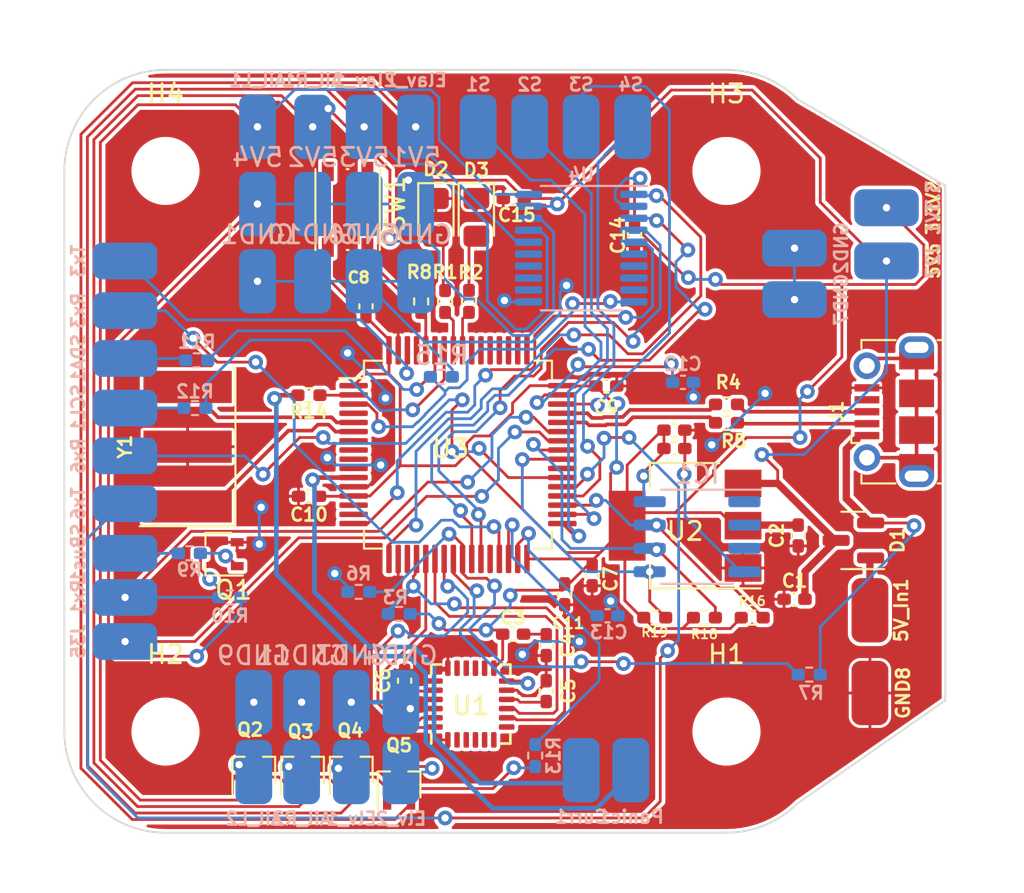
<source format=kicad_pcb>
(kicad_pcb (version 20211014) (generator pcbnew)
  (layers (0 "F.Cu" signal) (31 "B.Cu" signal) (34 "B.Paste" user) (35 "F.Paste" user) (36 "B.SilkS" user "B.Silkscreen") (37 "F.SilkS" user "F.Silkscreen") (38 "B.Mask" user) (39 "F.Mask" user) (44 "Edge.Cuts" user))
  (net 0 "")
  (net 1 "Earth")
  (net 2 "VDD")
  (net 3 "Net-(C3-Pad2)")
  (net 4 "Net-(C5-Pad1)")
  (net 5 "Net-(C6-Pad1)")
  (net 6 "Net-(C12-Pad2)")
  (net 7 "Net-(C13-Pad2)")
  (net 8 "5V")
  (net 9 "5V_USB")
  (net 10 "Net-(D2-Pad2)")
  (net 11 "Net-(D3-Pad2)")
  (net 12 "Net-(J1-Pad2)")
  (net 13 "Net-(J1-Pad3)")
  (net 15 "unconnected-(J1-Pad6)")
  (net 16 "Net-(Q1-Pad1)")
  (net 17 "Uart_Rx1")
  (net 18 "LED2")
  (net 19 "LED1")
  (net 20 "GYRO_CS")
  (net 21 "Net-(R4-Pad2)")
  (net 22 "Net-(R5-Pad2)")
  (net 23 "Net-(R6-Pad1)")
  (net 24 "Net-(R8-Pad2)")
  (net 25 "S_BUS")
  (net 26 "Net-(R11-Pad1)")
  (net 27 "SDA_Pad")
  (net 28 "Net-(R12-Pad1)")
  (net 29 "SCL_Pad")
  (net 32 "GYRO_SDO")
  (net 33 "GYRO_INT")
  (net 34 "GYRO_SCL")
  (net 35 "GYRO_SDA")
  (net 36 "PWM1_R")
  (net 37 "PWM2_R")
  (net 39 "Net-(U3-Pad5)")
  (net 40 "Net-(U3-Pad6)")
  (net 45 "Current_Pad")
  (net 48 "PWM4_3.3V")
  (net 49 "PWM1_3.3V")
  (net 51 "PWM2_3.3V")
  (net 52 "PWM3_3.3V")
  (net 54 "Uart_Rx3")
  (net 55 "Net-(Q2-Pad1)")
  (net 56 "S1")
  (net 57 "S2")
  (net 58 "S3")
  (net 59 "S4")
  (net 60 "Uart_Tx6")
  (net 61 "Uart_Rx6")
  (net 65 "Uart_Tx1")
  (net 74 "Uart_Tx3")
  (net 83 "PWM4_5V")
  (net 84 "PWM3_5V")
  (net 85 "PWM2_5V")
  (net 86 "PWM1_5V")
  (net 87 "PWM3_R")
  (net 88 "PWM4_R")
  (net 89 "Panic")
  (net 90 "Sevo_ConR")
  (net 91 "Net-(R14-Pad1)")
  (net 92 "Net-(R15-Pad2)")
  (net 93 "5V_In")
  (net 94 "Eeprom SDA")
  (net 95 "Eeprom SCL")
  (net 96 "WC")
  (footprint "Resistor_SMD:R_0402_1005Metric_Pad0.72x0.64mm_HandSolder" (layer "F.Cu") (at 151.0025 88 180)
    (fp_text reference "R4")
    (fp_text value "22")
  )
  (footprint "Resistor_SMD:R_0402_1005Metric_Pad0.72x0.64mm_HandSolder" (layer "F.Cu") (at 151 89 180)
    (fp_text reference "R5")
    (fp_text value "22")
  )
  (footprint "Capacitor_SMD:C_0402_1005Metric_Pad0.74x0.62mm_HandSolder" (layer "F.Cu") (at 139.4325 76.8 180)
    (fp_text reference locked "C15")
    (fp_text value "0.1uF")
  )
  (footprint "Package_QFP:LQFP-64_10x10mm_P0.5mm" (layer "F.Cu") (at 136.4 90.7325)
    (fp_text reference "U3")
    (fp_text value "STM32F405RGTx")
  )
  (footprint "MountingHole:MountingHole_3.2mm_M3" (layer "F.Cu") (at 151 75.3)
    (fp_text reference "H3")
    (fp_text value "MountingHole")
  )
  (footprint "Capacitor_SMD:C_0402_1005Metric_Pad0.74x0.62mm_HandSolder" (layer "F.Cu") (at 133.5 103.0325 90)
    (fp_text reference "C6")
    (fp_text value "2.2nF")
  )
  (footprint "Capacitor_SMD:C_0402_1005Metric_Pad0.74x0.62mm_HandSolder" (layer "F.Cu") (at 128.3 93)
    (fp_text reference "C10")
    (fp_text value "100nF")
  )
  (footprint "MountingHole:MountingHole_3.2mm_M3" (layer "F.Cu") (at 120.5 105.8)
    (fp_text reference "H2")
    (fp_text value "MountingHole")
  )
  (footprint "Capacitor_SMD:C_0402_1005Metric_Pad0.74x0.62mm_HandSolder" (layer "F.Cu") (at 142.2 98.3325 90)
    (fp_text reference "C11")
    (fp_text value "100nF")
  )
  (footprint "LED_SMD:LED_0805_2012Metric_Pad1.15x1.40mm_HandSolder" (layer "F.Cu") (at 135.2 77.825 -90)
    (fp_text reference "D2")
    (fp_text value "LED")
  )
  (footprint "Capacitor_SMD:C_0402_1005Metric_Pad0.74x0.62mm_HandSolder" (layer "F.Cu") (at 154.7 98.6)
    (fp_text reference "C1")
    (fp_text value "10uF")
  )
  (footprint "MountingHole:MountingHole_3.2mm_M3" (layer "F.Cu") (at 120.5 75.3)
    (fp_text reference "H4")
    (fp_text value "MountingHole")
  )
  (footprint "Pads:SolderWirePad_1x01_SMD_2x3.5mm" (layer "F.Cu") (at 159.7 80.2 -90)
    (fp_text reference "5V5")
    (fp_text value "Conn_01x01_Male")
  )
  (footprint "Resistor_SMD:R_0402_1005Metric_Pad0.72x0.64mm_HandSolder" (layer "F.Cu") (at 147.0975 99.6 180)
    (fp_text reference "R19")
    (fp_text value "1K")
  )
  (footprint "Pads:SolderWirePad_1x01_SMD_2x3.5mm" (layer "F.Cu") (at 158.8 103.7)
    (fp_text reference "GND8")
    (fp_text value "Conn_01x01_Male")
  )
  (footprint "Capacitor_SMD:C_0402_1005Metric_Pad0.74x0.62mm_HandSolder" (layer "F.Cu") (at 154.9 95.1325 90)
    (fp_text reference "C2")
    (fp_text value "10uF")
  )
  (footprint "Crystal:Resonator_SMD_Murata_SFSKA-3Pin_7.9x3.8mm_HandSoldering" (layer "F.Cu") (at 121.7 90.3 90)
    (fp_text reference "Y1")
    (fp_text value "8MHz")
  )
  (footprint "Button_Switch_SMD:SW_Push_1P1T_NO_Vertical_Wuerth_434133025816" (layer "F.Cu") (at 130.4 77.4 -90)
    (fp_text reference "SW1")
    (fp_text value "SW_Push")
  )
  (footprint "LED_SMD:LED_0805_2012Metric_Pad1.15x1.40mm_HandSolder" (layer "F.Cu") (at 137.4 77.825 -90)
    (fp_text reference "D3")
    (fp_text value "LED")
  )
  (footprint "Resistor_SMD:R_0402_1005Metric_Pad0.72x0.64mm_HandSolder" (layer "F.Cu") (at 134.4 82.3975 -90)
    (fp_text reference "R8")
    (fp_text value "10K")
  )
  (footprint "Connector_USB:USB_Micro-B_Molex-105017-0001" (layer "F.Cu") (at 160.1 88.4 90)
    (fp_text reference "J1")
    (fp_text value "USB_B_Micro")
  )
  (footprint "Package_TO_SOT_SMD:SOT-223-3_TabPin2" (layer "F.Cu") (at 148.75 94.6 180)
    (fp_text reference "U2")
    (fp_text value "NCP1117-3.3_SOT223")
  )
  (footprint "Capacitor_SMD:C_0402_1005Metric_Pad0.74x0.62mm_HandSolder" (layer "F.Cu") (at 141.2 101.1 -90)
    (fp_text reference "C4")
    (fp_text value "1uF")
  )
  (footprint "Capacitor_SMD:C_0402_1005Metric_Pad0.74x0.62mm_HandSolder" (layer "F.Cu") (at 143.7 97.3 90)
    (fp_text reference "C7")
    (fp_text value "100nF")
  )
  (footprint "Package_TO_SOT_SMD:SOT-323_SC-70" (layer "F.Cu") (at 125.3 107.9 90)
    (fp_text reference "Q2")
    (fp_text value "BC817W")
  )
  (footprint "Capacitor_SMD:C_0402_1005Metric_Pad0.74x0.62mm_HandSolder" (layer "F.Cu") (at 148.1675 89.4 180)
    (fp_text reference "C17" hide)
    (fp_text value "100nF")
  )
  (footprint "Package_TO_SOT_SMD:SOT-323_SC-70" (layer "F.Cu") (at 127.95 107.9 90)
    (fp_text reference "Q3")
    (fp_text value "BC817W")
  )
  (footprint "Package_TO_SOT_SMD:SOT-323_SC-70" (layer "F.Cu") (at 130.6 107.9 90)
    (fp_text reference "Q4")
    (fp_text value "BC817W")
  )
  (footprint "Resistor_SMD:R_0402_1005Metric_Pad0.72x0.64mm_HandSolder" (layer "F.Cu") (at 135.7 82.4025 90)
    (fp_text reference "R1")
    (fp_text value "1K")
  )
  (footprint "Capacitor_SMD:C_0402_1005Metric_Pad0.74x0.62mm_HandSolder" (layer "F.Cu") (at 148.1675 90.4)
    (fp_text reference "C16" hide)
    (fp_text value "10nF")
  )
  (footprint "Package_TO_SOT_SMD:SOT-23" (layer "F.Cu") (at 157.9 95.4 180)
    (fp_text reference "D1")
    (fp_text value "BAT54C")
  )
  (footprint "Sensor_Motion:InvenSense_QFN-24_4x4mm_P0.5mm" (layer "F.Cu") (at 137.1 104.3 90)
    (fp_text reference "U1")
    (fp_text value "MPU-6000")
  )
  (footprint "Capacitor_SMD:C_0402_1005Metric_Pad0.74x0.62mm_HandSolder" (layer "F.Cu") (at 131.4 82.6675 -90)
    (fp_text reference "C8")
    (fp_text value "100nF")
  )
  (footprint "Capacitor_SMD:C_0402_1005Metric_Pad0.74x0.62mm_HandSolder" (layer "F.Cu") (at 141.2 103.6 90)
    (fp_text reference "C5")
    (fp_text value "0.1uF")
  )
  (footprint "Capacitor_SMD:C_0402_1005Metric_Pad0.74x0.62mm_HandSolder" (layer "F.Cu") (at 139.4 100.5)
    (fp_text reference "C3")
    (fp_text value "0.1uF")
  )
  (footprint "Capacitor_SMD:C_0402_1005Metric_Pad0.74x0.62mm_HandSolder" (layer "F.Cu") (at 146 78.8 -90)
    (fp_text reference "C14")
    (fp_text value "0.1uF")
  )
  (footprint "MountingHole:MountingHole_3.2mm_M3" (layer "F.Cu") (at 151 105.8)
    (fp_text reference "H1")
    (fp_text value "MountingHole")
  )
  (footprint "Resistor_SMD:R_0402_1005Metric_Pad0.72x0.64mm_HandSolder" (layer "F.Cu") (at 149.8 99.6 180)
    (fp_text reference "R18")
    (fp_text value "1K")
  )
  (footprint "Pads:SolderWirePad_1x01_SMD_2x3.5mm" (layer "F.Cu") (at 159.7 77.3 -90)
    (fp_text reference "3.3V2")
    (fp_text value "Conn_01x01_Male")
  )
  (footprint "Package_TO_SOT_SMD:SOT-323_SC-70" (layer "F.Cu") (at 123.4 96.15 180)
    (fp_text reference "Q1")
    (fp_text value "BC817W")
  )
  (footprint "Resistor_SMD:R_0402_1005Metric_Pad0.72x0.64mm_HandSolder" (layer "F.Cu") (at 128.2975 87.5 180)
    (fp_text reference "R14")
    (fp_text value "10K")
  )
  (footprint "Capacitor_SMD:C_0402_1005Metric_Pad0.74x0.62mm_HandSolder" (layer "F.Cu") (at 144.4675 87 180)
    (fp_text reference "C9")
    (fp_text value "100nF")
  )
  (footprint "Package_TO_SOT_SMD:SOT-323_SC-70" (layer "F.Cu") (at 133.2 108.7 90)
    (fp_text reference "Q5")
    (fp_text value "BC817W")
  )
  (footprint "Resistor_SMD:R_0402_1005Metric_Pad0.72x0.64mm_HandSolder" (layer "F.Cu") (at 137 82.3975 90)
    (fp_text reference "R2")
    (fp_text value "1K")
  )
  (footprint "Pads:SolderWirePad_1x01_SMD_2x3.5mm" (layer "F.Cu") (at 158.8 99.2)
    (fp_text reference "5V_In1")
    (fp_text value "Conn_01x01_Male")
  )
  (footprint "Resistor_SMD:R_0402_1005Metric_Pad0.72x0.64mm_HandSolder" (layer "F.Cu") (at 152.4 99.6)
    (fp_text reference "R16")
    (fp_text value "10K")
  )
  (footprint "Pads:SolderWirePad_1x01_SMD_2x3.5mm" (layer "B.Cu") (at 133.3 108)
    (fp_text reference "Elv_2")
    (fp_text value "Conn_01x01_Male")
  )
  (footprint "Pads:SolderWirePad_1x01_SMD_2x3.5mm" (layer "B.Cu") (at 145.8 107.9)
    (fp_text reference "Panic1")
    (fp_text value "Conn_01x01_Male")
  )
  (footprint "Resistor_SMD:R_0402_1005Metric_Pad0.72x0.64mm_HandSolder" (layer "B.Cu") (at 133.2025 99.4 180)
    (fp_text reference "R3")
    (fp_text value "10K")
  )
  (footprint "Pads:SolderWirePad_1x01_SMD_2x3.5mm" (layer "B.Cu") (at 134.1 72.9 180)
    (fp_text reference "Elav_2")
    (fp_text value "Conn_01x01_Male")
  )
  (footprint "Pads:SolderWirePad_1x01_SMD_2x3.5mm" (layer "B.Cu") (at 145.9 72.9 180)
    (fp_text reference "S4")
    (fp_text value "Conn_01x01_Male")
  )
  (footprint "Resistor_SMD:R_0402_1005Metric_Pad0.72x0.64mm_HandSolder" (layer "B.Cu") (at 121.7975 96.1)
    (fp_text reference "R9")
    (fp_text value "4.7K")
  )
  (footprint "Pads:SolderWirePad_1x01_SMD_2x3.5mm" (layer "B.Cu") (at 159.7 77.3 90)
    (fp_text reference "3.3V1")
    (fp_text value "Conn_01x01_Male")
  )
  (footprint "Capacitor_SMD:C_0402_1005Metric_Pad0.74x0.62mm_HandSolder" (layer "B.Cu") (at 148.6325 86.8 180)
    (fp_text reference "C12")
    (fp_text value "100nF")
  )
  (footprint "Pads:SolderWirePad_1x01_SMD_2x3.5mm" (layer "B.Cu") (at 137.5 72.9 180)
    (fp_text reference "S1")
    (fp_text value "Conn_01x01_Male")
  )
  (footprint "Package_SO:TSSOP-20_4.4x6.5mm_P0.65mm" (layer "B.Cu") (at 143.1 79.5 180)
    (fp_text reference "U4")
    (fp_text value "TXS0108EPW")
  )
  (footprint "Pads:SolderWirePad_1x01_SMD_2x3.5mm" (layer "B.Cu") (at 128.5 81.3 180)
    (fp_text reference "GND10")
    (fp_text value "Conn_01x01_Male")
  )
  (footprint "Pads:SolderWirePad_1x01_SMD_2x3.5mm" (layer "B.Cu") (at 128.5 72.9 180)
    (fp_text reference "Ail_R1")
    (fp_text value "Conn_01x01_Male")
  )
  (footprint "Pads:SolderWirePad_1x01_SMD_2x3.5mm" (layer "B.Cu") (at 118.3 88.2 -90)
    (fp_text reference "SCL1")
    (fp_text value "Conn_01x01_Male")
  )
  (footprint "Pads:SolderWirePad_1x01_SMD_2x3.5mm" (layer "B.Cu") (at 133.3 104.2 180)
    (fp_text reference "GND4")
    (fp_text value "Conn_01x01_Male")
  )
  (footprint "Pads:SolderWirePad_1x01_SMD_2x3.5mm" (layer "B.Cu") (at 125.3 104.2 180)
    (fp_text reference "GND9")
    (fp_text value "Conn_01x01_Male")
  )
  (footprint "Resistor_SMD:R_0402_1005Metric_Pad0.72x0.64mm_HandSolder" (layer "B.Cu") (at 131.0025 98.2 180)
    (fp_text reference "R6")
    (fp_text value "10K")
  )
  (footprint "Capacitor_SMD:C_0402_1005Metric_Pad0.74x0.62mm_HandSolder" (layer "B.Cu") (at 144.5325 99.5 180)
    (fp_text reference "C13")
    (fp_text value "100nF")
  )
  (footprint "Pads:SolderWirePad_1x01_SMD_2x3.5mm" (layer "B.Cu") (at 154.7 82.3 90)
    (fp_text reference "GND7")
    (fp_text value "Conn_01x01_Male")
  )
  (footprint "Resistor_SMD:R_0402_1005Metric_Pad0.72x0.64mm_HandSolder" (layer "B.Cu") (at 135.4975 86.5 180)
    (fp_text reference "R15")
    (fp_text value "10K")
  )
  (footprint "Pads:SolderWirePad_1x01_SMD_2x3.5mm" (layer "B.Cu") (at 140.3 72.9 180)
    (fp_text reference "S2")
    (fp_text value "Conn_01x01_Male")
  )
  (footprint "Pads:SolderWirePad_1x01_SMD_2x3.5mm" (layer "B.Cu") (at 118.3 90.8 -90)
    (fp_text reference "Rx6")
    (fp_text value "Conn_01x01_Male")
  )
  (footprint "Pads:SolderWirePad_1x01_SMD_2x3.5mm" (layer "B.Cu") (at 134.1 81.3 180)
    (fp_text reference "GND5")
    (fp_text value "Conn_01x01_Male")
  )
  (footprint "Package_SO:SO-8_3.9x4.9mm_P1.27mm" (layer "B.Cu") (at 149.4 95.2 180)
    (fp_text reference "IC1")
    (fp_text value "M24128-BRMN6P")
  )
  (footprint "Pads:SolderWirePad_1x01_SMD_2x3.5mm" (layer "B.Cu") (at 131.3 77.1 180)
    (fp_text reference "5V3")
    (fp_text value "Conn_01x01_Male")
  )
  (footprint "Pads:SolderWirePad_1x01_SMD_2x3.5mm" (layer "B.Cu") (at 127.9 108)
    (fp_text reference "Ail_R2")
    (fp_text value "Conn_01x01_Male")
  )
  (footprint "Pads:SolderWirePad_1x01_SMD_2x3.5mm" (layer "B.Cu") (at 125.5 81.3 180)
    (fp_text reference "GND1")
    (fp_text value "Conn_01x01_Male")
  )
  (footprint "Resistor_SMD:R_0402_1005Metric_Pad0.72x0.64mm_HandSolder" (layer "B.Cu") (at 155.5 102.7)
    (fp_text reference "R7")
    (fp_text value "10K")
  )
  (footprint "Pads:SolderWirePad_1x01_SMD_2x3.5mm" (layer "B.Cu") (at 159.7 80.2 90)
    (fp_text reference "J27")
    (fp_text value "Conn_01x01_Male")
  )
  (footprint "Pads:SolderWirePad_1x01_SMD_2x3.5mm" (layer "B.Cu") (at 154.7 79.5 90)
    (fp_text reference "GND2")
    (fp_text value "Conn_01x01_Male")
  )
  (footprint "Pads:SolderWirePad_1x01_SMD_2x3.5mm" (layer "B.Cu") (at 130.6 108)
    (fp_text reference "Elv_1")
    (fp_text value "Conn_01x01_Male")
  )
  (footprint "Pads:SolderWirePad_1x01_SMD_2x3.5mm" (layer "B.Cu") (at 118.3 93.4 -90)
    (fp_text reference "Tx6")
    (fp_text value "Conn_01x01_Male")
  )
  (footprint "Pads:SolderWirePad_1x01_SMD_2x3.5mm" (layer "B.Cu") (at 131.3 81.3 180)
    (fp_text reference "GND6")
    (fp_text value "Conn_01x01_Male")
  )
  (footprint "Resistor_SMD:R_0402_1005Metric_Pad0.72x0.64mm_HandSolder" (layer "B.Cu") (at 124 98.5 180)
    (fp_text reference "R10")
    (fp_text value "10K")
  )
  (footprint "Resistor_SMD:R_0402_1005Metric_Pad0.72x0.64mm_HandSolder" (layer "B.Cu") (at 122.1 88.2 180)
    (fp_text reference "R12")
    (fp_text value "10K")
  )
  (footprint "Pads:SolderWirePad_1x01_SMD_2x3.5mm" (layer "B.Cu") (at 118.3 98.5 -90)
    (fp_text reference "Rx1")
    (fp_text value "Conn_01x01_Male")
  )
  (footprint "Pads:SolderWirePad_1x01_SMD_2x3.5mm" (layer "B.Cu") (at 118.3 85.5 -90)
    (fp_text reference "SDA1")
    (fp_text value "Conn_01x01_Male")
  )
  (footprint "Resistor_SMD:R_0402_1005Metric_Pad0.72x0.64mm_HandSolder" (layer "B.Cu") (at 140.6 107.1025 90)
    (fp_text reference "R13")
    (fp_text value "330")
  )
  (footprint "Resistor_SMD:R_0402_1005Metric_Pad0.72x0.64mm_HandSolder" (layer "B.Cu") (at 122.2 85.6 180)
    (fp_text reference "R11")
    (fp_text value "10K")
  )
  (footprint "Pads:SolderWirePad_1x01_SMD_2x3.5mm" (layer "B.Cu") (at 125.5 72.9 180)
    (fp_text reference "Ail_L1")
    (fp_text value "Conn_01x01_Male")
  )
  (footprint "Pads:SolderWirePad_1x01_SMD_2x3.5mm" (layer "B.Cu") (at 128.5 77.1 180)
    (fp_text reference "5V2")
    (fp_text value "Conn_01x01_Male")
  )
  (footprint "Pads:SolderWirePad_1x01_SMD_2x3.5mm" (layer "B.Cu") (at 143.1 107.9)
    (fp_text reference "Curr1")
    (fp_text value "Conn_01x01_Male")
  )
  (footprint "Pads:SolderWirePad_1x01_SMD_2x3.5mm" (layer "B.Cu") (at 125.3 108)
    (fp_text reference "Ail_L2")
    (fp_text value "Conn_01x01_Male")
  )
  (footprint "Pads:SolderWirePad_1x01_SMD_2x3.5mm" (layer "B.Cu") (at 118.3 82.9 -90)
    (fp_text reference "Rx3")
    (fp_text value "Conn_01x01_Male")
  )
  (footprint "Pads:SolderWirePad_1x01_SMD_2x3.5mm" (layer "B.Cu") (at 118.3 80.2 -90)
    (fp_text reference "Tx3")
    (fp_text value "Conn_01x01_Male")
  )
  (footprint "Pads:SolderWirePad_1x01_SMD_2x3.5mm" (layer "B.Cu") (at 118.3 100.9 -90)
    (fp_text reference "J35")
    (fp_text value "Conn_01x01_Male")
  )
  (footprint "Pads:SolderWirePad_1x01_SMD_2x3.5mm" (layer "B.Cu") (at 118.3 96.1 -90)
    (fp_text reference "SBus1")
    (fp_text value "Conn_01x01_Male")
  )
  (footprint "Pads:SolderWirePad_1x01_SMD_2x3.5mm" (layer "B.Cu") (at 134.1 77.1 180)
    (fp_text reference "5V1")
    (fp_text value "Conn_01x01_Male")
  )
  (footprint "Pads:SolderWirePad_1x01_SMD_2x3.5mm" (layer "B.Cu") (at 127.9 104.2 180)
    (fp_text reference "GND11")
    (fp_text value "Conn_01x01_Male")
  )
  (footprint "Pads:SolderWirePad_1x01_SMD_2x3.5mm" (layer "B.Cu") (at 143.1 72.9 180)
    (fp_text reference "S3")
    (fp_text value "Conn_01x01_Male")
  )
  (footprint "Pads:SolderWirePad_1x01_SMD_2x3.5mm" (layer "B.Cu") (at 125.5 77.1 180)
    (fp_text reference "5V4")
    (fp_text value "Conn_01x01_Male")
  )
  (footprint "Pads:SolderWirePad_1x01_SMD_2x3.5mm" (layer "B.Cu") (at 131.3 72.9 180)
    (fp_text reference "Elav_1")
    (fp_text value "Conn_01x01_Male")
  )
  (footprint "Pads:SolderWirePad_1x01_SMD_2x3.5mm" (layer "B.Cu") (at 130.6 104.2 180)
    (fp_text reference "GND3")
    (fp_text value "Conn_01x01_Male")
  )
  (gr_arc (start 120.5 111.3) (mid 116.610913 109.689087) (end 115 105.8) (layer "Edge.Cuts") (width 0.1))
  (gr_arc (start 154.889087 109.689087) (mid 153.104759 110.881337) (end 151 111.299999) (layer "Edge.Cuts") (width 0.1))
  (gr_arc (start 151 69.8) (mid 153.104759 70.218663) (end 154.889087 71.410913) (layer "Edge.Cuts") (width 0.1))
  (gr_line (start 120.5 69.8) (end 151 69.8) (layer "Edge.Cuts") (width 0.1))
  (gr_arc (start 115 75.3) (mid 116.610913 71.410913) (end 120.5 69.8) (layer "Edge.Cuts") (width 0.1))
  (gr_line (start 162.9 76.1) (end 154.889087 71.410913) (layer "Edge.Cuts") (width 0.1))
  (gr_line (start 151 111.299999) (end 120.5 111.3) (layer "Edge.Cuts") (width 0.1))
  (gr_line (start 162.9 104.1) (end 154.889087 109.689087) (layer "Edge.Cuts") (width 0.1))
  (gr_line (start 162.9 76.1) (end 162.9 104.1) (layer "Edge.Cuts") (width 0.1))
  (gr_line (start 115 105.8) (end 115 75.3) (layer "Edge.Cuts") (width 0.1))
  (segment (start 130.725 92.4825) (end 131.495992 92.4825) (width 0.1524) (layer "F.Cu") (net 1))
  (segment (start 132.2 91.778492) (end 132.2 91.3) (width 0.1524) (layer "F.Cu") (net 1))
  (segment (start 132.86548 103.09952) (end 133.5 102.465) (width 0.25) (layer "F.Cu") (net 1))
  (segment (start 127.9 104.2) (end 125.3 104.2) (width 0.25) (layer "F.Cu") (net 1))
  (segment (start 133.5 102.465) (end 135.735 102.465) (width 0.1524) (layer "F.Cu") (net 1))
  (segment (start 141.2 101.6675) (end 141.2 103.0325) (width 0.1524) (layer "F.Cu") (net 1))
  (segment (start 141.2 103.0325) (end 141.2 103.131287) (width 0.1524) (layer "F.Cu") (net 1))
  (segment (start 132.86548 104.011123) (end 132.86548 103.09952) (width 0.25) (layer "F.Cu") (net 1))
  (segment (start 148.735 90.6) (end 148.735 89.6) (width 0.1524) (layer "F.Cu") (net 1))
  (segment (start 132.796997 88.894675) (end 132.348089 88.445767) (width 0.1524) (layer "F.Cu") (net 1))
  (segment (start 135.735 102.465) (end 135.85 102.35) (width 0.1524) (layer "F.Cu") (net 1))
  (segment (start 132.348089 88.445767) (end 132.348089 87.767507) (width 0.1524) (layer "F.Cu") (net 1))
  (segment (start 139.618713 103.55) (end 139.05 103.55) (width 0.1524) (layer "F.Cu") (net 1))
  (segment (start 142.304322 81.526531) (end 141.130853 82.7) (width 0.1524) (layer "F.Cu") (net 1))
  (segment (start 159.4 102.7) (end 159.5 102.6) (width 0.4) (layer "F.Cu") (net 1))
  (segment (start 139.28117 82.7) (end 138.928435 82.347265) (width 0.1524) (layer "F.Cu") (net 1))
  (segment (start 132.796997 90.703003) (end 132.796997 88.894675) (width 0.1524) (layer "F.Cu") (net 1))
  (segment (start 127.7325 93) (end 126.3 93) (width 0.1524) (layer "F.Cu") (net 1))
  (segment (start 131.495992 92.4825) (end 132.2 91.778492) (width 0.1524) (layer "F.Cu") (net 1))
  (segment (start 126.3 93) (end 125.7 93.6) (width 0.1524) (layer "F.Cu") (net 1))
  (segment (start 143 100.360514) (end 143 100.9) (width 0.1524) (layer "F.Cu") (net 1))
  (segment (start 133.810706 104.550759) (end 133.405116 104.550759) (width 0.25) (layer "F.Cu") (net 1))
  (segment (start 132.2 91.3) (end 132.796997 90.703003) (width 0.1524) (layer "F.Cu") (net 1))
  (segment (start 141.2 103.131287) (end 140.479886 103.851401) (width 0.1524) (layer "F.Cu") (net 1))
  (segment (start 141.130853 82.7) (end 139.28117 82.7) (width 0.1524) (layer "F.Cu") (net 1))
  (segment (start 130.6 104.2) (end 127.9 104.2) (width 0.25) (layer "F.Cu") (net 1))
  (segment (start 142.2 98.9) (end 142.2 99.560514) (width 0.1524) (layer "F.Cu") (net 1))
  (segment (start 148.735 91.765) (end 148.7 91.8) (width 0.1524) (layer "F.Cu") (net 1))
  (segment (start 133.405116 104.550759) (end 132.86548 104.011123) (width 0.25) (layer "F.Cu") (net 1))
  (segment (start 142.2 99.560514) (end 143 100.360514) (width 0.1524) (layer "F.Cu") (net 1))
  (segment (start 132.348089 87.767507) (end 132.45865 87.656946) (width 0.1524) (layer "F.Cu") (net 1))
  (segment (start 148.735 90.6) (end 148.735 91.765) (width 0.1524) (layer "F.Cu") (net 1))
  (segment (start 139.920114 103.851401) (end 139.618713 103.55) (width 0.1524) (layer "F.Cu") (net 1))
  (segment (start 140.479886 103.851401) (end 139.920114 103.851401) (width 0.1524) (layer "F.Cu") (net 1))
  (segment (start 158.3 102.6) (end 159.4 102.6) (width 0.4) (layer "F.Cu") (net 1))
  (via (at 143 100.9) (size 0.8) (drill 0.4) (layers "F.Cu" "B.Cu") (net 1))
  (via (at 154.7 82.3) (size 0.8) (drill 0.4) (layers "F.Cu" "B.Cu") (net 1))
  (via (at 153.1 87.4) (size 0.8) (drill 0.4) (layers "F.Cu" "B.Cu") (net 1))
  (via (at 149.199833 87.60099) (size 0.8) (drill 0.4) (layers "F.Cu" "B.Cu") (net 1))
  (via (at 127.9 104.2) (size 0.8) (drill 0.4) (layers "F.Cu" "B.Cu") (net 1))
  (via (at 132.45865 87.656946) (size 0.8) (drill 0.4) (layers "F.Cu" "B.Cu") (net 1))
  (via (at 125.6 95.6) (size 0.8) (drill 0.4) (layers "F.Cu" "B.Cu") (net 1))
  (via (at 129.7 97.2) (size 0.8) (drill 0.4) (layers "F.Cu" "B.Cu") (net 1))
  (via (at 144.7 98.7) (size 0.8) (drill 0.4) (layers "F.Cu" "B.Cu") (net 1))
  (via (at 130.4 85.2) (size 0.8) (drill 0.4) (layers "F.Cu" "B.Cu") (net 1))
  (via (at 132.2 91.3) (size 0.8) (drill 0.4) (layers "F.Cu" "B.Cu") (net 1))
  (via (at 139.9 101.6) (size 0.8) (drill 0.4) (layers "F.Cu" "B.Cu") (net 1))
  (via (at 138.928435 82.347265) (size 0.8) (drill 0.4) (layers "F.Cu" "B.Cu") (net 1))
  (via (at 150.2 90.2) (size 0.8) (drill 0.4) (layers "F.Cu" "B.Cu") (net 1))
  (via (at 154.7 79.5) (size 0.8) (drill 0.4) (layers "F.Cu" "B.Cu") (net 1))
  (via (at 125.3 104.2) (size 0.8) (drill 0.4) (layers "F.Cu" "B.Cu") (net 1))
  (via (at 125.5 81.3) (size 0.8) (drill 0.4) (layers "F.Cu" "B.Cu") (net 1))
  (via (at 148.7 91.8) (size 0.8) (drill 0.4) (layers "F.Cu" "B.Cu") (net 1))
  (via (at 142.304322 81.526531) (size 0.8) (drill 0.4) (layers "F.Cu" "B.Cu") (net 1))
  (via (at 129.3 90.9) (size 0.8) (drill 0.4) (layers "F.Cu" "B.Cu") (net 1))
  (via (at 133.810706 104.550759) (size 0.8) (drill 0.4) (layers "F.Cu" "B.Cu") (net 1))
  (via (at 125.7 93.6) (size 0.8) (drill 0.4) (layers "F.Cu" "B.Cu") (net 1))
  (via (at 130.6 104.2) (size 0.8) (drill 0.4) (layers "F.Cu" "B.Cu") (net 1))
  (segment (start 133.3 104.2) (end 130.6 104.2) (width 0.25) (layer "B.Cu") (net 1))
  (segment (start 131.3 81.3) (end 128.5 81.3) (width 0.1524) (layer "B.Cu") (net 1))
  (segment (start 149.2 86.8) (end 149.2 87.600823) (width 0.1524) (layer "B.Cu") (net 1))
  (segment (start 145.1 99.5) (end 145.1 99.1) (width 0.1524) (layer "B.Cu") (net 1))
  (segment (start 145.1 99.1) (end 144.7 98.7) (width 0.1524) (layer "B.Cu") (net 1))
  (segment (start 125.5 81.3) (end 128.5 81.3) (width 0.1524) (layer "B.Cu") (net 1))
  (segment (start 140.412948 84.60384) (end 141.954542 83.062246) (width 0.1524) (layer "B.Cu") (net 1))
  (segment (start 140.6 100.9) (end 139.9 101.6) (width 0.1524) (layer "B.Cu") (net 1))
  (segment (start 129.7 91.3) (end 129.3 90.9) (width 0.1524) (layer "B.Cu") (net 1))
  (segment (start 136.095 86.5) (end 136.095 86.095) (width 0.1524) (layer "B.Cu") (net 1))
  (segment (start 151.767942 97.105) (end 148.751911 94.088969) (width 0.1524) (layer "B.Cu") (net 1))
  (segment (start 131.3 81.3) (end 134.1 81.3) (width 0.1524) (layer "B.Cu") (net 1))
  (segment (start 148.751911 92.354233) (end 148.7 92.302322) (width 0.1524) (layer "B.Cu") (net 1))
  (segment (start 132.2 91.3) (end 129.7 91.3) (width 0.1524) (layer "B.Cu") (net 1))
  (segment (start 133.459947 104.2) (end 133.810706 104.550759) (width 0.25) (layer "B.Cu") (net 1))
  (segment (start 151.975 97.105) (end 151.767942 97.105) (width 0.1524) (layer "B.Cu") (net 1))
  (segment (start 125.7 93.6) (end 125.6 93.7) (width 0.1524) (layer "B.Cu") (net 1))
  (segment (start 134.60384 84.60384) (end 140.412948 84.60384) (width 0.1524) (layer "B.Cu") (net 1))
  (segment (start 148.751911 94.088969) (end 148.751911 92.354233) (width 0.1524) (layer "B.Cu") (net 1))
  (segment (start 143 100.9) (end 140.6 100.9) (width 0.1524) (layer "B.Cu") (net 1))
  (segment (start 130.405 98.2) (end 130.405 97.905) (width 0.1524) (layer "B.Cu") (net 1))
  (segment (start 154.7 79.5) (end 154.7 82.3) (width 0.1524) (layer "B.Cu") (net 1))
  (segment (start 139.00617 82.425) (end 138.928435 82.347265) (width 0.1524) (layer "B.Cu") (net 1))
  (segment (start 136.095 86.095) (end 134.60384 84.60384) (width 0.1524) (layer "B.Cu") (net 1))
  (segment (start 141.954542 81.876311) (end 142.304322 81.526531) (width 0.1524) (layer "B.Cu") (net 1))
  (segment (start 150.3 90.2) (end 153.1 87.4) (width 0.1524) (layer "B.Cu") (net 1))
  (segment (start 131.3 81.3) (end 134.60384 84.60384) (width 0.1524) (layer "B.Cu") (net 1))
  (segment (start 148.7 92.302322) (end 148.7 91.8) (width 0.1524) (layer "B.Cu") (net 1))
  (segment (start 149.2 87.600823) (end 149.199833 87.60099) (width 0.1524) (layer "B.Cu") (net 1))
  (segment (start 125.6 93.7) (end 125.6 95.6) (width 0.1524) (layer "B.Cu") (net 1))
  (segment (start 132.45865 87.25865) (end 132.45865 87.656946) (width 0.1524) (layer "B.Cu") (net 1))
  (segment (start 140.2375 82.425) (end 139.00617 82.425) (width 0.1524) (layer "B.Cu") (net 1))
  (segment (start 133.3 104.2) (end 133.459947 104.2) (width 0.25) (layer "B.Cu") (net 1))
  (segment (start 130.4 85.2) (end 132.45865 87.25865) (width 0.1524) (layer "B.Cu") (net 1))
  (segment (start 150.2 90.2) (end 150.3 90.2) (width 0.1524) (layer "B.Cu") (net 1))
  (segment (start 141.954542 83.062246) (end 141.954542 81.876311) (width 0.1524) (layer "B.Cu") (net 1))
  (segment (start 130.405 97.905) (end 129.7 97.2) (width 0.1524) (layer "B.Cu") (net 1))
  (segment (start 161.72572 79.32572) (end 161.72572 81.021313) (width 0.1524) (layer "F.Cu") (net 2))
  (segment (start 139.526339 98.108657) (end 139.244919 98.390077) (width 0.1524) (layer "F.Cu") (net 2))
  (segment (start 131.3575 86.35) (end 132.65 86.35) (width 0.1524) (layer "F.Cu") (net 2))
  (segment (start 145.6 94.6) (end 144 96.2) (width 0.1524) (layer "F.Cu") (net 2))
  (segment (start 133.260754 86.960754) (end 132.85 86.55) (width 0.1524) (layer "F.Cu") (net 2))
  (segment (start 136.876383 90.672215) (end 142.266869 96.062701) (width 0.1524) (layer "F.Cu") (net 2))
  (segment (start 161.271313 81.47572) (end 157.27572 81.47572) (width 0.1524) (layer "F.Cu") (net 2))
  (segment (start 143.7 96.7325) (end 143.75678 96.67572) (width 0.1524) (layer "F.Cu") (net 2))
  (segment (start 151.935 94.565) (end 151.9 94.6) (width 0.4) (layer "F.Cu") (net 2))
  (segment (start 147.09572 100.19572) (end 148.60678 100.19572) (width 0.1524) (layer "F.Cu") (net 2))
  (segment (start 157.27572 85.42428) (end 155.4 87.3) (width 0.1524) (layer "F.Cu") (net 2))
  (segment (start 136.260754 91.339246) (end 133.260754 91.339246) (width 0.1524) (layer "F.Cu") (net 2))
  (segment (start 161.72572 81.021313) (end 161.271313 81.47572) (width 0.1524) (layer "F.Cu") (net 2))
  (segment (start 151.20678 100.19572) (end 151.8025 99.6) (width 0.1524) (layer "F.Cu") (net 2))
  (segment (start 146.5 99.6) (end 147.09572 100.19572) (width 0.1524) (layer "F.Cu") (net 2))
  (segment (start 160.3 77.5) (end 160.1 77.3) (width 0.1524) (layer "F.Cu") (net 2))
  (segment (start 135.363207 99.923589) (end 135.71625 100.276632) (width 0.1524) (layer "F.Cu") (net 2))
  (segment (start 146.400088 99.6) (end 145.473599 98.673511) (width 0.1524) (layer "F.Cu") (net 2))
  (segment (start 144.7 93.6) (end 144.7 91.755586) (width 0.1524) (layer "F.Cu") (net 2))
  (segment (start 148.60678 100.19572) (end 149.2025 99.6) (width 0.1524) (layer "F.Cu") (net 2))
  (segment (start 137.272198 89.716629) (end 136.876383 90.112444) (width 0.1524) (layer "F.Cu") (net 2))
  (segment (start 151.4 94.6) (end 151.9 94.6) (width 0.1524) (layer "F.Cu") (net 2))
  (segment (start 142.075 86.9825) (end 140.3175 86.9825) (width 0.1524) (layer "F.Cu") (net 2))
  (segment (start 146 78.2325) (end 146 78.3) (width 0.1524) (layer "F.Cu") (net 2))
  (segment (start 142.091343 98.108657) (end 139.526339 98.108657) (width 0.1524) (layer "F.Cu") (net 2))
  (segment (start 132.65 86.35) (end 132.65 85.0575) (width 0.1524) (layer "F.Cu") (net 2))
  (segment (start 142.0925 87) (end 142.075 86.9825) (width 0.1524) (layer "F.Cu") (net 2))
  (segment (start 129.325 79.45) (end 129.325 81.16) (width 0.1524) (layer "F.Cu") (net 2))
  (segment (start 145.473599 98.673511) (end 145.473599 94.726401) (width 0.1524) (layer "F.Cu") (net 2))
  (segment (start 140.3175 86.9825) (end 139.36851 87.93149) (width 0.1524) (layer "F.Cu") (net 2))
  (segment (start 154.9 94.565) (end 151.935 94.565) (width 0.4) (layer "F.Cu") (net 2))
  (segment (start 146.5 91.7) (end 146.5 91.9) (width 0.1524) (layer "F.Cu") (net 2))
  (segment (start 159.7 77.3) (end 161.72572 79.32572) (width 0.1524) (layer "F.Cu") (net 2))
  (segment (start 145.6 94.6) (end 146.310701 93.889299) (width 0.1524) (layer "F.Cu") (net 2))
  (segment (start 147.6 90.4) (end 147.6 89.4) (width 0.1524) (layer "F.Cu") (net 2))
  (segment (start 150.300489 91.599511) (end 152.1 89.8) (width 0.1524) (layer "F.Cu") (net 2))
  (segment (start 145.6 91.3) (end 145.6 94.6) (width 0.1524) (layer "F.Cu") (net 2))
  (segment (start 132.6 85.0075) (end 132.65 85.0575) (width 0.1524) (layer "F.Cu") (net 2))
  (segment (start 146 76) (end 146.3 75.7) (width 0.1524) (layer "F.Cu") (net 2))
  (segment (start 140.15 96.4075) (end 143.7925 96.4075) (width 0.1524) (layer "F.Cu") (net 2))
  (segment (start 129.325 81.16) (end 131.4 83.235) (width 0.1524) (layer "F.Cu") (net 2))
  (segment (start 139.36851 87.93149) (end 139.36851 88.459978) (width 0.1524) (layer "F.Cu") (net 2))
  (segment (start 133.260754 91.339246) (end 131.6175 92.9825) (width 0.1524) (layer "F.Cu") (net 2))
  (segment (start 143.9 87) (end 142.0925 87) (width 0.1524) (layer "F.Cu") (net 2))
  (segment (start 133.260754 91.339246) (end 133.260754 86.960754) (width 0.1524) (layer "F.Cu") (net 2))
  (segment (start 130.65072 87.05678) (end 130.725 86.9825) (width 0.1524) (layer "F.Cu") (net 2))
  (segment (start 147.6 89.6) (end 147.3 89.6) (width 0.1524) (layer "F.Cu") (net 2))
  (segment (start 143.7925 96.4075) (end 144 96.2) (width 0.1524) (layer "F.Cu") (net 2))
  (segment (start 146.310701 93.889299) (end 150.689299 93.889299) (width 0.1524) (layer "F.Cu") (net 2))
  (segment (start 138.8325 100.5) (end 138.8325 101.8675) (width 0.1524) (layer "F.Cu") (net 2))
  (segment (start 146.5 99.6) (end 146.400088 99.6) (width 0.1524) (layer "F.Cu") (net 2))
  (segment (start 138.609132 100.276632) (end 137.929896 100.276632) (width 0.1524) (layer "F.Cu") (net 2))
  (segment (start 146 78.2325) (end 146 76) (width 0.1524) (layer "F.Cu") (net 2))
  (segment (start 130.725 86.9825) (end 131.3575 86.35) (width 0.1524) (layer "F.Cu") (net 2))
  (segment (start 142.266869 96.062701) (end 144.137299 96.062701) (width 0.1524) (layer "F.Cu") (net 2))
  (segment (start 152.1 89.8) (end 155 89.8) (width 0.1524) (layer "F.Cu") (net 2))
  (segment (start 131.4 83.235) (end 132.65 84.485) (width 0.1524) (layer "F.Cu") (net 2))
  (segment (start 128.8675 93) (end 130.7075 93) (width 0.1524) (layer "F.Cu") (net 2))
  (segment (start 131.6175 92.9825) (end 130.725 92.9825) (width 0.1524) (layer "F.Cu") (net 2))
  (segment (start 139.36851 88.459978) (end 138.111859 89.716629) (width 0.1524) (layer "F.Cu") (net 2))
  (segment (start 138.111859 89.716629) (end 137.272198 89.716629) (width 0.1524) (layer "F.Cu") (net 2))
  (segment (start 160.1 77.3) (end 159.7 77.3) (width 0.1524) (layer "F.Cu") (net 2))
  (segment (start 148.2 93.9) (end 150.300489 91.799511) (width 0.1524) (layer "F.Cu") (net 2))
  (segment (start 147.3 89.6) (end 145.6 91.3) (width 0.1524) (layer "F.Cu") (net 2))
  (segment (start 145.473599 94.726401) (end 145.6 94.6) (width 0.1524) (layer "F.Cu") (net 2))
  (segment (start 138.8325 101.8675) (end 138.35 102.35) (width 0.1524) (layer "F.Cu") (net 2))
  (segment (start 138.8325 100.5) (end 138.609132 100.276632) (width 0.1524) (layer "F.Cu") (net 2))
  (segment (start 150.67572 81.47572) (end 150.4 81.2) (width 0.1524) (layer "F.Cu") (net 2))
  (segment (start 146 78.3) (end 148.8 81.1) (width 0.1524) (layer "F.Cu") (net 2))
  (segment (start 150.300489 91.799511) (end 150.300489 91.599511) (width 0.1524) (layer "F.Cu") (net 2))
  (segment (start 145.097384 87.959133) (end 144.859133 87.959133) (width 0.1524) (layer "F.Cu") (net 2))
  (segment (start 130.7075 93) (end 130.725 92.9825) (width 0.1524) (layer "F.Cu") (net 2))
  (segment (start 144 96.2) (end 142.091343 98.108657) (width 0.1524) (layer "F.Cu") (net 2))
  (segment (start 132.65 84.485) (end 132.65 85.0575) (width 0.1524) (layer "F.Cu") (net 2))
  (segment (start 150.689299 93.889299) (end 151.4 94.6) (width 0.1524) (layer "F.Cu") (net 2))
  (segment (start 129.325 75.325) (end 129.325 79.45) (width 0.1524) (layer "F.Cu") (net 2))
  (segment (start 144.859133 87.959133) (end 143.9 87) (width 0.1524) (layer "F.Cu") (net 2))
  (segment (start 157.27572 81.47572) (end 157.27572 85.42428) (width 0.1524) (layer "F.Cu") (net 2))
  (segment (start 136.9 90.7) (end 136.260754 91.339246) (width 0.1524) (layer "F.Cu") (net 2))
  (segment (start 144.7 91.755586) (end 145.027793 91.427793) (width 0.1524) (layer "F.Cu") (net 2))
  (segment (start 148.60678 100.19572) (end 151.20678 100.19572) (width 0.1524) (layer "F.Cu") (net 2))
  (segment (start 132.85 86.55) (end 132.65 86.35) (width 0.1524) (layer "F.Cu") (net 2))
  (segment (start 135.71625 100.276632) (end 137.929896 100.276632) (width 0.1524) (layer "F.Cu") (net 2))
  (segment (start 157.27572 81.47572) (end 150.67572 81.47572) (width 0.1524) (layer "F.Cu") (net 2))
  (segment (start 148.8 81.1) (end 148.927611 81.1) (width 0.1524) (layer "F.Cu") (net 2))
  (segment (start 147.6 90.6) (end 146.5 91.7) (width 0.1524) (layer "F.Cu") (net 2))
  (segment (start 136.876383 90.112444) (end 136.876383 90.672215) (width 0.1524) (layer "F.Cu") (net 2))
  (segment (start 144.137299 96.062701) (end 145.6 94.6) (width 0.1524) (layer "F.Cu") (net 2))
  (via (at 155 89.8) (size 0.8) (drill 0.4) (layers "F.Cu" "B.Cu") (net 2))
  (via (at 145.097384 87.959133) (size 0.8) (drill 0.4) (layers "F.Cu" "B.Cu") (net 2))
  (via (at 148.927611 81.1) (size 0.8) (drill 0.4) (layers "F.Cu" "B.Cu") (net 2))
  (via (at 137.929896 100.276632) (size 0.8) (drill 0.4) (layers "F.Cu" "B.Cu") (net 2))
  (via (at 159.7 77.3) (size 0.8) (drill 0.4) (layers "F.Cu" "B.Cu") (net 2))
  (via (at 135.363207 99.923589) (size 0.8) (drill 0.4) (layers "F.Cu" "B.Cu") (net 2))
  (via (at 145.027793 91.427793) (size 0.8) (drill 0.4) (layers "F.Cu" "B.Cu") (net 2))
  (via (at 139.244919 98.390077) (size 0.8) (drill 0.4) (layers "F.Cu" "B.Cu") (net 2))
  (via (at 155.4 87.3) (size 0.8) (drill 0.4) (layers "F.Cu" "B.Cu") (net 2))
  (via (at 146.5 91.9) (size 0.8) (drill 0.4) (layers "F.Cu" "B.Cu") (net 2))
  (via (at 146.3 75.7) (size 0.8) (drill 0.4) (layers "F.Cu" "B.Cu") (net 2))
  (via (at 150.4 81.2) (size 0.8) (drill 0.4) (layers "F.Cu" "B.Cu") (net 2))
  (segment (start 155 87.7) (end 155 89.8) (width 0.1524) (layer "B.Cu") (net 2))
  (segment (start 144.94928 76.830628) (end 145.343652 77.225) (width 0.1524) (layer "B.Cu") (net 2))
  (segment (start 145.024299 91.424299) (end 145.024299 88.032218) (width 0.1524) (layer "B.Cu") (net 2))
  (segment (start 145.027793 91.427793) (end 145.024299 91.424299) (width 0.1524) (layer "B.Cu") (net 2))
  (segment (start 149.027611 81.2) (end 148.927611 81.1) (width 0.1524) (layer "B.Cu") (net 2))
  (segment (start 145.343652 77.225) (end 145.9625 77.225) (width 0.1524) (layer "B.Cu") (net 2))
  (segment (start 146.3 75.7) (end 145.568652 75.7) (width 0.1524) (layer "B.Cu") (net 2))
  (segment (start 146.5 92.97) (end 146.825 93.295) (width 0.1524) (layer "B.Cu") (net 2))
  (segment (start 145.568652 75.7) (end 144.94928 76.319372) (width 0.1524) (layer "B.Cu") (net 2))
  (segment (start 133.8 99.4) (end 134.839618 99.4) (width 0.1524) (layer "B.Cu") (net 2))
  (segment (start 155.4 87.3) (end 155 87.7) (width 0.1524) (layer "B.Cu") (net 2))
  (segment (start 150.4 81.2) (end 149.027611 81.2) (width 0.1524) (layer "B.Cu") (net 2))
  (segment (start 144.94928 76.319372) (end 144.94928 76.830628) (width 0.1524) (layer "B.Cu") (net 2))
  (segment (start 134.839618 99.4) (end 135.363207 99.923589) (width 0.1524) (layer "B.Cu") (net 2))
  (segment (start 139.244919 98.961609) (end 137.929896 100.276632) (width 0.1524) (layer "B.Cu") (net 2))
  (segment (start 145.024299 88.032218) (end 145.097384 87.959133) (width 0.1524) (layer "B.Cu") (net 2))
  (segment (start 146.5 91.9) (end 146.5 92.97) (width 0.1524) (layer "B.Cu") (net 2))
  (segment (start 139.244919 98.390077) (end 139.244919 98.961609) (width 0.1524) (layer "B.Cu") (net 2))
  (segment (start 139.9675 100.5) (end 141.1675 100.5) (width 0.1524) (layer "F.Cu") (net 3))
  (segment (start 141.1675 100.5) (end 141.2 100.5325) (width 0.1524) (layer "F.Cu") (net 3))
  (segment (start 139.621036 104.05) (end 139.05 104.05) (width 0.1524) (layer "F.Cu") (net 4))
  (segment (start 139.774347 104.203312) (end 139.621036 104.05) (width 0.1524) (layer "F.Cu") (net 4))
  (segment (start 141.164188 104.203312) (end 139.774347 104.203312) (width 0.1524) (layer "F.Cu") (net 4))
  (segment (start 141.2 104.1675) (end 141.164188 104.203312) (width 0.1524) (layer "F.Cu") (net 4))
  (segment (start 133.5 103.6) (end 135.1 103.6) (width 0.1524) (layer "F.Cu") (net 5))
  (segment (start 135.1 103.6) (end 135.15 103.55) (width 0.1524) (layer "F.Cu") (net 5))
  (segment (start 142.075 87.4825) (end 141.116661 87.4825) (width 0.1524) (layer "F.Cu") (net 6))
  (segment (start 141.116661 87.4825) (end 140.699165 87.899996) (width 0.1524) (layer "F.Cu") (net 6))
  (segment (start 147.848089 85.951911) (end 143.051911 85.951911) (width 0.1524) (layer "F.Cu") (net 6))
  (segment (start 143.051911 85.951911) (end 142.924529 85.824529) (width 0.1524) (layer "F.Cu") (net 6))
  (segment (start 148 85.8) (end 147.848089 85.951911) (width 0.1524) (layer "F.Cu") (net 6))
  (via (at 142.924529 85.824529) (size 0.8) (drill 0.4) (layers "F.Cu" "B.Cu") (net 6))
  (via (at 148 85.8) (size 0.8) (drill 0.4) (layers "F.Cu" "B.Cu") (net 6))
  (via (at 140.699165 87.899996) (size 0.8) (drill 0.4) (layers "F.Cu" "B.Cu") (net 6))
  (segment (start 142.924529 85.824529) (end 142.924529 85.975471) (width 0.1524) (layer "B.Cu") (net 6))
  (segment (start 141.000004 87.899996) (end 140.699165 87.899996) (width 0.1524) (layer "B.Cu") (net 6))
  (segment (start 148.065 86.8) (end 148.065 85.865) (width 0.1524) (layer "B.Cu") (net 6))
  (segment (start 142.924529 85.975471) (end 141.000004 87.899996) (width 0.1524) (layer "B.Cu") (net 6))
  (segment (start 148.065 85.865) (end 148 85.8) (width 0.1524) (layer "B.Cu") (net 6))
  (segment (start 139.65 95.60654) (end 140.237201 95.019339) (width 0.1524) (layer "F.Cu") (net 7))
  (segment (start 139.65 96.4075) (end 139.65 95.60654) (width 0.1524) (layer "F.Cu") (net 7))
  (via (at 140.237201 95.019339) (size 0.8) (drill 0.4) (layers "F.Cu" "B.Cu") (net 7))
  (segment (start 143.965 99.5) (end 143.802323 99.5) (width 0.1524) (layer "B.Cu") (net 7))
  (segment (start 143.802323 99.5) (end 140.237201 95.934878) (width 0.1524) (layer "B.Cu") (net 7))
  (segment (start 140.237201 95.934878) (end 140.237201 95.019339) (width 0.1524) (layer "B.Cu") (net 7))
  (segment (start 156.1 74.6) (end 156.1 77) (width 0.1524) (layer "F.Cu") (net 8))
  (segment (start 148 70.9) (end 152.4 70.9) (width 0.1524) (layer "F.Cu") (net 8))
  (segment (start 152.4 70.9) (end 156.1 74.6) (width 0.1524) (layer "F.Cu") (net 8))
  (segment (start 117.8 101.7) (end 117.4 101.3) (width 0.1524) (layer "F.Cu") (net 8))
  (segment (start 141.5 76.8) (end 141.8 77.1) (width 0.1524) (layer "F.Cu") (net 8))
  (segment (start 153.786709 92.3) (end 153.786709 91.593741) (width 0.1524) (layer "F.Cu") (net 8))
  (segment (start 140 76.8) (end 141.5 76.8) (width 0.1524) (layer "F.Cu") (net 8))
  (segment (start 117.4 85.2) (end 125.5 77.1) (width 0.1524) (layer "F.Cu") (net 8))
  (segment (start 159.3 80.2) (end 159.7 80.2) (width 0.1524) (layer "F.Cu") (net 8))
  (segment (start 140 76.8) (end 139 75.8) (width 0.1524) (layer "F.Cu") (net 8))
  (segment (start 153.786709 92.3) (end 151.9 92.3) (width 0.4) (layer "F.Cu") (net 8))
  (segment (start 155.2675 97.095) (end 156.9625 95.4) (width 0.4) (layer "F.Cu") (net 8))
  (segment (start 153.786709 91.593741) (end 152.924277 90.731309) (width 0.1524) (layer "F.Cu") (net 8))
  (segment (start 141.8 77.1) (end 148 70.9) (width 0.1524) (layer "F.Cu") (net 8))
  (segment (start 156.9625 95.4) (end 156.886709 95.4) (width 0.4) (layer "F.Cu") (net 8))
  (segment (start 156.886709 95.4) (end 155.043354 93.556646) (width 0.4) (layer "F.Cu") (net 8))
  (segment (start 155.043354 93.556646) (end 153.786709 92.3) (width 0.4) (layer "F.Cu") (net 8))
  (segment (start 156.1 77) (end 159.3 80.2) (width 0.1524) (layer "F.Cu") (net 8))
  (segment (start 155.2675 98.6) (end 155.2675 97.095) (width 0.4) (layer "F.Cu") (net 8))
  (segment (start 122.2 101.7) (end 117.8 101.7) (width 0.1524) (layer "F.Cu") (net 8))
  (segment (start 139 75.8) (end 133.7 75.8) (width 0.1524) (layer "F.Cu") (net 8))
  (segment (start 117.4 101.3) (end 117.4 85.2) (width 0.1524) (layer "F.Cu") (net 8))
  (via (at 133.7 75.8) (size 0.8) (drill 0.4) (layers "F.Cu" "B.Cu") (net 8))
  (via (at 141.8 77.1) (size 0.8) (drill 0.4) (layers "F.Cu" "B.Cu") (net 8))
  (via (at 122.2 101.7) (size 0.8) (drill 0.4) (layers "F.Cu" "B.Cu") (net 8))
  (via (at 152.924277 90.731309) (size 0.8) (drill 0.4) (layers "F.Cu" "B.Cu") (net 8))
  (via (at 125.5 77.1) (size 0.8) (drill 0.4) (layers "F.Cu" "B.Cu") (net 8))
  (via (at 159.7 80.2) (size 0.8) (drill 0.4) (layers "F.Cu" "B.Cu") (net 8))
  (segment (start 155.221411 90.731309) (end 152.924277 90.731309) (width 0.1524) (layer "B.Cu") (net 8))
  (segment (start 141.675 77.225) (end 140.2375 77.225) (width 0.1524) (layer "B.Cu") (net 8))
  (segment (start 124.5975 99.3025) (end 122.2 101.7) (width 0.1524) (layer "B.Cu") (net 8))
  (segment (start 141.8 77.1) (end 141.675 77.225) (width 0.1524) (layer "B.Cu") (net 8))
  (segment (start 128.5 77.1) (end 125.5 77.1) (width 0.1524) (layer "B.Cu") (net 8))
  (segment (start 124.5975 98.5) (end 124.5975 99.3025) (width 0.1524) (layer "B.Cu") (net 8))
  (segment (start 159.7 80.2) (end 159.7 86.25272) (width 0.1524) (layer "B.Cu") (net 8))
  (segment (start 159.7 86.25272) (end 155.221411 90.731309) (width 0.1524) (layer "B.Cu") (net 8))
  (segment (start 131.3 77.1) (end 128.5 77.1) (width 0.1524) (layer "B.Cu") (net 8))
  (segment (start 134.1 77.1) (end 131.3 77.1) (width 0.1524) (layer "B.Cu") (net 8))
  (segment (start 158.8375 94.45) (end 157.512989 93.125489) (width 0.4) (layer "F.Cu") (net 9))
  (segment (start 157.512989 93.125489) (end 157.512989 90.434211) (width 0.4) (layer "F.Cu") (net 9))
  (segment (start 161.2 94.6) (end 161.05 94.45) (width 0.1524) (layer "F.Cu") (net 9))
  (segment (start 158.0472 89.9) (end 158.1 89.9) (width 0.4) (layer "F.Cu") (net 9))
  (segment (start 161.05 94.45) (end 158.8375 94.45) (width 0.1524) (layer "F.Cu") (net 9))
  (segment (start 157.512989 90.434211) (end 158.0472 89.9) (width 0.4) (layer "F.Cu") (net 9))
  (via (at 161.2 94.6) (size 0.8) (drill 0.4) (layers "F.Cu" "B.Cu") (net 9))
  (segment (start 161.2 95) (end 161.2 94.6) (width 0.1524) (layer "B.Cu") (net 9))
  (segment (start 156.0975 102.7) (end 156.0975 100.1025) (width 0.1524) (layer "B.Cu") (net 9))
  (segment (start 156.0975 100.1025) (end 161.2 95) (width 0.1524) (layer "B.Cu") (net 9))
  (segment (start 135.6 79.25) (end 135.6 81.705) (width 0.1524) (layer "F.Cu") (net 10))
  (segment (start 135.2 78.85) (end 135.6 79.25) (width 0.1524) (layer "F.Cu") (net 10))
  (segment (start 135.6 81.705) (end 135.7 81.805) (width 0.1524) (layer "F.Cu") (net 10))
  (segment (start 137.4 78.85) (end 137 79.25) (width 0.1524) (layer "F.Cu") (net 11))
  (segment (start 137 79.25) (end 137 81.8) (width 0.1524) (layer "F.Cu") (net 11))
  (segment (start 151.6475 89.05) (end 151.5975 89) (width 0.2) (layer "F.Cu") (net 12))
  (segment (start 158.6375 89.05) (end 151.6475 89.05) (width 0.2) (layer "F.Cu") (net 12))
  (segment (start 152 88.4) (end 158.6375 88.4) (width 0.2) (layer "F.Cu") (net 13))
  (segment (start 151.6 88) (end 152 88.4) (width 0.2) (layer "F.Cu") (net 13))
  (segment (start 159.0375 85.5) (end 158.6375 85.9) (width 0.2) (layer "F.Cu") (net 15))
  (segment (start 161.3375 87.4) (end 161.3375 85.5) (width 0.2) (layer "F.Cu") (net 15))
  (segment (start 161.3375 91.3) (end 161.3375 89.4) (width 0.2) (layer "F.Cu") (net 15))
  (segment (start 158.6375 90.9) (end 160.3375 90.9) (width 0.2) (layer "F.Cu") (net 15))
  (segment (start 161.3375 85.5) (end 159.0375 85.5) (width 0.2) (layer "F.Cu") (net 15))
  (segment (start 161.3375 89.4) (end 161.3375 87.4) (width 0.2) (layer "F.Cu") (net 15))
  (segment (start 160.3375 90.9) (end 161.3375 91.9) (width 0.2) (layer "F.Cu") (net 15))
  (segment (start 123.762928 96.251299) (end 123.851299 96.251299) (width 0.1524) (layer "F.Cu") (net 16))
  (segment (start 123.851299 96.251299) (end 124.4 96.8) (width 0.1524) (layer "F.Cu") (net 16))
  (via (at 123.762928 96.251299) (size 0.8) (drill 0.4) (layers "F.Cu" "B.Cu") (net 16))
  (segment (start 122.395 96.1) (end 123.611629 96.1) (width 0.1524) (layer "B.Cu") (net 16))
  (segment (start 123.611629 96.1) (end 123.762928 96.251299) (width 0.1524) (layer "B.Cu") (net 16))
  (segment (start 121.89178 94.90822) (end 132.08293 94.90822) (width 0.1524) (layer "F.Cu") (net 17))
  (segment (start 134.761391 92.229759) (end 136.92826 92.229759) (width 0.1524) (layer "F.Cu") (net 17))
  (segment (start 122.9 97.5) (end 122.4 97) (width 0.1524) (layer "F.Cu") (net 17))
  (segment (start 141.301686 89.4825) (end 140.519186 88.7) (width 0.1524) (layer "F.Cu") (net 17))
  (segment (start 122.4 97) (end 122.4 96.15) (width 0.1524) (layer "F.Cu") (net 17))
  (segment (start 118.3 98.5) (end 121.89178 94.90822) (width 0.1524) (layer "F.Cu") (net 17))
  (segment (start 140.519186 88.7) (end 140.1 88.7) (width 0.1524) (layer "F.Cu") (net 17))
  (segment (start 132.08293 94.90822) (end 134.761391 92.229759) (width 0.1524) (layer "F.Cu") (net 17))
  (segment (start 142.075 89.4825) (end 141.301686 89.4825) (width 0.1524) (layer "F.Cu") (net 17))
  (via (at 140.1 88.7) (size 0.8) (drill 0.4) (layers "F.Cu" "B.Cu") (net 17))
  (via (at 118.3 98.5) (size 0.8) (drill 0.4) (layers "F.Cu" "B.Cu") (net 17))
  (via (at 136.92826 92.229759) (size 0.8) (drill 0.4) (layers "F.Cu" "B.Cu") (net 17))
  (via (at 122.9 97.5) (size 0.8) (drill 0.4) (layers "F.Cu" "B.Cu") (net 17))
  (segment (start 123.4025 98.0025) (end 122.9 97.5) (width 0.1524) (layer "B.Cu") (net 17))
  (segment (start 139.2 88.7) (end 138.248089 89.651911) (width 0.1524) (layer "B.Cu") (net 17))
  (segment (start 123.4025 98.5) (end 123.4025 98.0025) (width 0.1524) (layer "B.Cu") (net 17))
  (segment (start 136.927956 91.972044) (end 136.927956 92.229455) (width 0.1524) (layer "B.Cu") (net 17))
  (segment (start 118.3 98.5) (end 123.4025 98.5) (width 0.1524) (layer "B.Cu") (net 17))
  (segment (start 138.248089 89.651911) (end 138.248089 90.90993) (width 0.1524) (layer "B.Cu") (net 17))
  (segment (start 140.1 88.7) (end 139.2 88.7) (width 0.1524) (layer "B.Cu") (net 17))
  (segment (start 136.927956 92.229455) (end 136.92826 92.229759) (width 0.1524) (layer "B.Cu") (net 17))
  (segment (start 138.248089 90.90993) (end 136.92826 92.229759) (width 0.1524) (layer "B.Cu") (net 17))
  (segment (start 135.7 83) (end 136.15 83.45) (width 0.1524) (layer "F.Cu") (net 18))
  (segment (start 136.15 83.45) (end 136.15 85.0575) (width 0.1524) (layer "F.Cu") (net 18))
  (segment (start 136.65 83.345) (end 136.65 85.0575) (width 0.1524) (layer "F.Cu") (net 19))
  (segment (start 137 82.995) (end 136.65 83.345) (width 0.1524) (layer "F.Cu") (net 19))
  (segment (start 139.524805 99.065778) (end 136.416568 99.065778) (width 0.1524) (layer "F.Cu") (net 20))
  (segment (start 136.416568 99.065778) (end 136.202049 98.851259) (width 0.1524) (layer "F.Cu") (net 20))
  (segment (start 142.2 100.05818) (end 141.206996 99.065176) (width 0.1524) (layer "F.Cu") (net 20))
  (segment (start 133.9743 97.354192) (end 133.9743 97.89129) (width 0.1524) (layer "F.Cu") (net 20))
  (segment (start 141.206996 99.065176) (end 139.525407 99.065176) (width 0.1524) (layer "F.Cu") (net 20))
  (segment (start 134.07572 96.48178) (end 134.07572 97.252772) (width 0.1524) (layer "F.Cu") (net 20))
  (segment (start 134.15 96.4075) (end 134.07572 96.48178) (width 0.1524) (layer "F.Cu") (net 20))
  (segment (start 139.473302 105.05) (end 139.585942 105.16264) (width 0.1524) (layer "F.Cu") (net 20))
  (segment (start 141.73505 105.16264) (end 142.2 104.69769) (width 0.1524) (layer "F.Cu") (net 20))
  (segment (start 139.585942 105.16264) (end 141.73505 105.16264) (width 0.1524) (layer "F.Cu") (net 20))
  (segment (start 139.525407 99.065176) (end 139.524805 99.065778) (width 0.1524) (layer "F.Cu") (net 20))
  (segment (start 142.2 104.69769) (end 142.2 100.05818) (width 0.1524) (layer "F.Cu") (net 20))
  (segment (start 139.05 105.05) (end 139.473302 105.05) (width 0.1524) (layer "F.Cu") (net 20))
  (segment (start 134.07572 97.252772) (end 133.9743 97.354192) (width 0.1524) (layer "F.Cu") (net 20))
  (via (at 136.202049 98.851259) (size 0.8) (drill 0.4) (layers "F.Cu" "B.Cu") (net 20))
  (via (at 133.9743 97.89129) (size 0.8) (drill 0.4) (layers "F.Cu" "B.Cu") (net 20))
  (segment (start 136.202049 98.851259) (end 134.934269 98.851259) (width 0.1524) (layer "B.Cu") (net 20))
  (segment (start 132.605 99.4) (end 132.605 99.26059) (width 0.25) (layer "B.Cu") (net 20))
  (segment (start 132.605 99.26059) (end 133.9743 97.89129) (width 0.25) (layer "B.Cu") (net 20))
  (segment (start 134.934269 98.851259) (end 133.9743 97.89129) (width 0.1524) (layer "B.Cu") (net 20))
  (segment (start 144.322834 88.688179) (end 144.272835 88.738178) (width 0.2) (layer "F.Cu") (net 21))
  (segment (start 150.10451 88.30049) (end 145.74527 88.30049) (width 0.2) (layer "F.Cu") (net 21))
  (segment (start 144.272835 88.738178) (end 143.693349 88.738179) (width 0.2) (layer "F.Cu") (net 21))
  (segment (start 145.357582 88.688179) (end 144.322834 88.688179) (width 0.2) (layer "F.Cu") (net 21))
  (segment (start 143.43767 88.4825) (end 142.075 88.4825) (width 0.2) (layer "F.Cu") (net 21))
  (segment (start 150.405 88) (end 150.10451 88.30049) (width 0.2) (layer "F.Cu") (net 21))
  (segment (start 145.74527 88.30049) (end 145.357582 88.688179) (width 0.2) (layer "F.Cu") (net 21))
  (segment (start 143.693349 88.738179) (end 143.43767 88.4825) (width 0.2) (layer "F.Cu") (net 21))
  (segment (start 145.910754 88.7) (end 145.523064 89.08769) (width 0.2) (layer "F.Cu") (net 22))
  (segment (start 143.372677 88.9825) (end 142.075 88.9825) (width 0.2) (layer "F.Cu") (net 22))
  (segment (start 150.4025 89) (end 150.1025 88.7) (width 0.2) (layer "F.Cu") (net 22))
  (segment (start 144.107353 89.137689) (end 143.527865 89.137689) (width 0.2) (layer "F.Cu") (net 22))
  (segment (start 150.1025 88.7) (end 145.910754 88.7) (width 0.2) (layer "F.Cu") (net 22))
  (segment (start 145.523064 89.08769) (end 144.488321 89.087689) (width 0.2) (layer "F.Cu") (net 22))
  (segment (start 144.488321 89.087689) (end 144.438319 89.13769) (width 0.2) (layer "F.Cu") (net 22))
  (segment (start 143.527865 89.137689) (end 143.372677 88.9825) (width 0.2) (layer "F.Cu") (net 22))
  (segment (start 144.438319 89.13769) (end 144.107353 89.137689) (width 0.2) (layer "F.Cu") (net 22))
  (segment (start 137.954807 97.45822) (end 138.370914 97.874327) (width 0.1524) (layer "F.Cu") (net 23))
  (segment (start 136.65 95.636508) (end 136.065633 95.052141) (width 0.1524) (layer "F.Cu") (net 23))
  (segment (start 136.065633 95.052141) (end 135.915451 95.052141) (width 0.1524) (layer "F.Cu") (net 23))
  (segment (start 135.915451 95.215451) (end 136.05678 95.35678) (width 0.1524) (layer "F.Cu") (net 23))
  (segment (start 136.65 96.4075) (end 136.65 97.178492) (width 0.1524) (layer "F.Cu") (net 23))
  (segment (start 143.1 102) (end 145.3 102) (width 0.1524) (layer "F.Cu") (net 23))
  (segment (start 136.65 96.4075) (end 136.65 95.636508) (width 0.1524) (layer "F.Cu") (net 23))
  (segment (start 138.370914 97.874327) (end 138.38876 97.874327) (width 0.1524) (layer "F.Cu") (net 23))
  (segment (start 136.929728 97.45822) (end 137.954807 97.45822) (width 0.1524) (layer "F.Cu") (net 23))
  (segment (start 145.3 102) (end 145.4 102.1) (width 0.1524) (layer "F.Cu") (net 23))
  (segment (start 135.915451 95.052141) (end 135.915451 95.215451) (width 0.1524) (layer "F.Cu") (net 23))
  (segment (start 136.65 97.178492) (end 136.929728 97.45822) (width 0.1524) (layer "F.Cu") (net 23))
  (via (at 145.4 102.1) (size 0.8) (drill 0.4) (layers "F.Cu" "B.Cu") (net 23))
  (via (at 135.915451 95.052141) (size 0.8) (drill 0.4) (layers "F.Cu" "B.Cu") (net 23))
  (via (at 143.1 102) (size 0.8) (drill 0.4) (layers "F.Cu" "B.Cu") (net 23))
  (via (at 138.38876 97.874327) (size 0.8) (drill 0.4) (layers "F.Cu" "B.Cu") (net 23))
  (segment (start 131.6 98.2) (end 132.710003 98.2) (width 0.1524) (layer "B.Cu") (net 23))
  (segment (start 136.97431 100.276632) (end 138.38876 98.862182) (width 0.1524) (layer "B.Cu") (net 23))
  (segment (start 143.1 102) (end 142.824299 102.275701) (width 0.1524) (layer "B.Cu") (net 23))
  (segment (start 142.824299 102.275701) (end 138.973379 102.275701) (width 0.1524) (layer "B.Cu") (net 23))
  (segment (start 138.973379 102.275701) (end 136.97431 100.276632) (width 0.1524) (layer "B.Cu") (net 23))
  (segment (start 145.4 102.1) (end 154.3025 102.1) (width 0.1524) (layer "B.Cu") (net 23))
  (segment (start 135.857862 95.052141) (end 135.915451 95.052141) (width 0.1524) (layer "B.Cu") (net 23))
  (segment (start 138.38876 98.862182) (end 138.38876 97.874327) (width 0.1524) (layer "B.Cu") (net 23))
  (segment (start 132.710003 98.2) (end 135.857862 95.052141) (width 0.1524) (layer "B.Cu") (net 23))
  (segment (start 154.3025 102.1) (end 154.9025 102.7) (width 0.1524) (layer "B.Cu") (net 23))
  (segment (start 134.65 83.245) (end 134.65 85.0575) (width 0.1524) (layer "F.Cu") (net 24))
  (segment (start 131.475 75.325) (end 131.475 79.475) (width 0.1524) (layer "F.Cu") (net 24))
  (segment (start 131.475 79.475) (end 131.475 80.07) (width 0.1524) (layer "F.Cu") (net 24))
  (segment (start 131.475 80.07) (end 134.4 82.995) (width 0.1524) (layer "F.Cu") (net 24))
  (segment (start 134.4 82.995) (end 134.65 83.245) (width 0.1524) (layer "F.Cu") (net 24))
  (segment (start 118.3 96.1) (end 121.2 96.1) (width 0.1524) (layer "B.Cu") (net 25))
  (segment (start 135.15 86.194415) (end 134.154348 87.190067) (width 0.1524) (layer "F.Cu") (net 26))
  (segment (start 135.15 85.0575) (end 135.15 86.194415) (width 0.1524) (layer "F.Cu") (net 26))
  (via (at 134.154348 87.190067) (size 0.8) (drill 0.4) (layers "F.Cu" "B.Cu") (net 26))
  (segment (start 130.255587 84) (end 133.445654 87.190067) (width 0.1524) (layer "B.Cu") (net 26))
  (segment (start 124.3975 84) (end 130.255587 84) (width 0.1524) (layer "B.Cu") (net 26))
  (segment (start 133.445654 87.190067) (end 134.154348 87.190067) (width 0.1524) (layer "B.Cu") (net 26))
  (segment (start 122.7975 85.6) (end 124.3975 84) (width 0.1524) (layer "B.Cu") (net 26))
  (segment (start 118.3 85.5) (end 121.5025 85.5) (width 0.1524) (layer "B.Cu") (net 27))
  (segment (start 121.5025 85.5) (end 121.6025 85.6) (width 0.1524) (layer "B.Cu") (net 27))
  (segment (start 135.65 86.65) (end 134.00573 88.29427) (width 0.1524) (layer "F.Cu") (net 28))
  (segment (start 134.00573 88.29427) (end 133.936454 88.29427) (width 0.1524) (layer "F.Cu") (net 28))
  (segment (start 135.65 85.0575) (end 135.65 86.65) (width 0.1524) (layer "F.Cu") (net 28))
  (via (at 133.936454 88.29427) (size 0.8) (drill 0.4) (layers "F.Cu" "B.Cu") (net 28))
  (segment (start 128.38026 84.5) (end 131.782127 87.901867) (width 0.1524) (layer "B.Cu") (net 28))
  (segment (start 132.178764 88.332647) (end 132.738536 88.332647) (width 0.1524) (layer "B.Cu") (net 28))
  (segment (start 125.1 84.5) (end 128.38026 84.5) (width 0.1524) (layer "B.Cu") (net 28))
  (segment (start 131.782127 87.923354) (end 131.782949 87.924176) (width 0.1524) (layer "B.Cu") (net 28))
  (segment (start 122.6975 88.2) (end 122.6975 86.9025) (width 0.1524) (layer "B.Cu") (net 28))
  (segment (start 132.776913 88.29427) (end 133.936454 88.29427) (width 0.1524) (layer "B.Cu") (net 28))
  (segment (start 131.782127 87.901867) (end 131.782127 87.923354) (width 0.1524) (layer "B.Cu") (net 28))
  (segment (start 131.782949 87.924176) (end 131.782949 87.936832) (width 0.1524) (layer "B.Cu") (net 28))
  (segment (start 122.6975 86.9025) (end 125.1 84.5) (width 0.1524) (layer "B.Cu") (net 28))
  (segment (start 131.782949 87.936832) (end 132.178764 88.332647) (width 0.1524) (layer "B.Cu") (net 28))
  (segment (start 132.738536 88.332647) (end 132.776913 88.29427) (width 0.1524) (layer "B.Cu") (net 28))
  (segment (start 118.3 88.2) (end 121.5025 88.2) (width 0.1524) (layer "B.Cu") (net 29))
  (segment (start 135.636715 99.247888) (end 135.15 98.761173) (width 0.1524) (layer "F.Cu") (net 32))
  (segment (start 141.177532 99.533402) (end 135.928607 99.533402) (width 0.1524) (layer "F.Cu") (net 32))
  (segment (start 139.470992 104.55) (end 139.731712 104.81072) (width 0.1524) (layer "F.Cu") (net 32))
  (segment (start 141.78572 104.61428) (end 141.78572 100.14159) (width 0.1524) (layer "F.Cu") (net 32))
  (segment (start 135.643093 99.247888) (end 135.636715 99.247888) (width 0.1524) (layer "F.Cu") (net 32))
  (segment (start 141.78572 100.14159) (end 141.177532 99.533402) (width 0.1524) (layer "F.Cu") (net 32))
  (segment (start 135.928607 99.533402) (end 135.643093 99.247888) (width 0.1524) (layer "F.Cu") (net 32))
  (segment (start 135.15 98.761173) (end 135.15 96.4075) (width 0.1524) (layer "F.Cu") (net 32))
  (segment (start 139.05 104.55) (end 139.470992 104.55) (width 0.1524) (layer "F.Cu") (net 32))
  (segment (start 141.58928 104.81072) (end 141.78572 104.61428) (width 0.1524) (layer "F.Cu") (net 32))
  (segment (start 139.731712 104.81072) (end 141.58928 104.81072) (width 0.1524) (layer "F.Cu") (net 32))
  (segment (start 136.15 97.178492) (end 137.108831 98.137323) (width 0.1524) (layer "F.Cu") (net 33))
  (segment (start 136.2 96.4575) (end 136.15 96.4075) (width 0.1524) (layer "F.Cu") (net 33))
  (segment (start 137.420488 98.133332) (end 137.424479 98.137323) (width 0.1524) (layer "F.Cu") (net 33))
  (segment (start 139.05 103.05) (end 140.0743 103.05) (width 0.1524) (layer "F.Cu") (net 33))
  (segment (start 136.15 96.4075) (end 136.15 97.178492) (width 0.1524) (layer "F.Cu") (net 33))
  (segment (start 137.10484 98.133332) (end 137.420488 98.133332) (width 0.1524) (layer "F.Cu") (net 33))
  (segment (start 140.0743 103.05) (end 140.2 103.1757) (width 0.1524) (layer "F.Cu") (net 33))
  (segment (start 137.108831 98.137323) (end 137.424479 98.137323) (width 0.1524) (layer "F.Cu") (net 33))
  (via (at 140.2 103.1757) (size 0.8) (drill 0.4) (layers "F.Cu" "B.Cu") (net 33))
  (via (at 137.424479 98.137323) (size 0.8) (drill 0.4) (layers "F.Cu" "B.Cu") (net 33))
  (segment (start 136.525653 100.5) (end 139.201353 103.1757) (width 0.1524) (layer "B.Cu") (net 33))
  (segment (start 137.279285 99.47398) (end 137.07314 99.680124) (width 0.1524) (layer "B.Cu") (net 33))
  (segment (start 136.525653 100.227611) (end 136.525653 100.5) (width 0.1524) (layer "B.Cu") (net 33))
  (segment (start 137.07314 99.680124) (end 136.525653 100.227611) (width 0.1524) (layer "B.Cu") (net 33))
  (segment (start 137.279285 98.29377) (end 137.279285 99.47398) (width 0.1524) (layer "B.Cu") (net 33))
  (segment (start 139.201353 103.1757) (end 140.2 103.1757) (width 0.1524) (layer "B.Cu") (net 33))
  (segment (start 137.267574 98.282059) (end 137.279285 98.29377) (width 0.1524) (layer "B.Cu") (net 33))
  (segment (start 132.464769 102.432589) (end 134.65 100.247358) (width 0.1524) (layer "F.Cu") (net 34))
  (segment (start 134.253633 105.22646) (end 133.514127 105.22646) (width 0.1524) (layer "F.Cu") (net 34))
  (segment (start 135.15 105.05) (end 134.430093 105.05) (width 0.1524) (layer "F.Cu") (net 34))
  (segment (start 133.514127 105.22646) (end 132.464769 104.177102) (width 0.1524) (layer "F.Cu") (net 34))
  (segment (start 134.430093 105.05) (end 134.253633 105.22646) (width 0.1524) (layer "F.Cu") (net 34))
  (segment (start 134.65 100.247358) (end 134.65 96.4075) (width 0.1524) (layer "F.Cu") (net 34))
  (segment (start 132.464769 104.177102) (end 132.464769 102.432589) (width 0.1524) (layer "F.Cu") (net 34))
  (segment (start 132.047379 101.417955) (end 133.139344 100.32599) (width 0.1524) (layer "F.Cu") (net 35))
  (segment (start 135.15 105.55) (end 135.121629 105.578371) (width 0.1524) (layer "F.Cu") (net 35))
  (segment (start 132.047379 104.257388) (end 132.047379 101.417955) (width 0.1524) (layer "F.Cu") (net 35))
  (segment (start 135.65 97.705586) (end 135.842866 97.898452) (width 0.1524) (layer "F.Cu") (net 35))
  (segment (start 135.65 96.4075) (end 135.65 97.705586) (width 0.1524) (layer "F.Cu") (net 35))
  (segment (start 135.121629 105.578371) (end 133.368362 105.578371) (width 0.1524) (layer "F.Cu") (net 35))
  (segment (start 133.368362 105.578371) (end 132.047379 104.257388) (width 0.1524) (layer "F.Cu") (net 35))
  (via (at 135.842866 97.898452) (size 0.8) (drill 0.4) (layers "F.Cu" "B.Cu") (net 35))
  (via (at 133.139344 100.32599) (size 0.8) (drill 0.4) (layers "F.Cu" "B.Cu") (net 35))
  (segment (start 136.748778 98.404365) (end 136.748778 98.417209) (width 0.1524) (layer "B.Cu") (net 35))
  (segment (start 136.927374 98.595805) (end 136.927374 99.328213) (width 0.1524) (layer "B.Cu") (net 35))
  (segment (start 136.927374 99.328213) (end 135.656298 100.599289) (width 0.1524) (layer "B.Cu") (net 35))
  (segment (start 133.560722 100.32599) (end 133.139344 100.32599) (width 0.1524) (layer "B.Cu") (net 35))
  (segment (start 133.834021 100.599289) (end 133.560722 100.32599) (width 0.1524) (layer "B.Cu") (net 35))
  (segment (start 136.242865 97.898452) (end 136.748778 98.404365) (width 0.1524) (layer "B.Cu") (net 35))
  (segment (start 135.656298 100.599289) (end 133.834021 100.599289) (width 0.1524) (layer "B.Cu") (net 35))
  (segment (start 136.748778 98.417209) (end 136.927374 98.595805) (width 0.1524) (layer "B.Cu") (net 35))
  (segment (start 135.842866 97.898452) (end 136.242865 97.898452) (width 0.1524) (layer "B.Cu") (net 35))
  (segment (start 125.3 106.9) (end 125.2 106.9) (width 0.1524) (layer "F.Cu") (net 36))
  (segment (start 125.2 106.9) (end 124.5 107.6) (width 0.1524) (layer "F.Cu") (net 36))
  (via (at 124.5 107.6) (size 0.8) (drill 0.4) (layers "F.Cu" "B.Cu") (net 36))
  (segment (start 127.95 106.9) (end 127.2 107.65) (width 0.1524) (layer "F.Cu") (net 37))
  (segment (start 127.2 107.65) (end 127.2 107.7) (width 0.1524) (layer "F.Cu") (net 37))
  (via (at 127.2 107.7) (size 0.8) (drill 0.4) (layers "F.Cu" "B.Cu") (net 37))
  (segment (start 121.7 87.05) (end 123.351879 88.701879) (width 0.2) (layer "F.Cu") (net 39))
  (segment (start 123.351879 88.701879) (end 129.527215 88.701879) (width 0.2) (layer "F.Cu") (net 39))
  (segment (start 129.807836 88.9825) (end 130.725 88.9825) (width 0.2) (layer "F.Cu") (net 39))
  (segment (start 129.527215 88.701879) (end 129.807836 88.9825) (width 0.2) (layer "F.Cu") (net 39))
  (segment (start 128.458833 89.424799) (end 128.782243 89.101389) (width 0.2) (layer "F.Cu") (net 40))
  (segment (start 129.361731 89.101389) (end 129.742842 89.4825) (width 0.2) (layer "F.Cu") (net 40))
  (segment (start 128.782243 89.101389) (end 129.361731 89.101389) (width 0.2) (layer "F.Cu") (net 40))
  (segment (start 121.7 93.55) (end 123.060755 93.55) (width 0.2) (layer "F.Cu") (net 40))
  (segment (start 123.060755 93.55) (end 127.185956 89.424799) (width 0.2) (layer "F.Cu") (net 40))
  (segment (start 127.185956 89.424799) (end 128.458833 89.424799) (width 0.2) (layer "F.Cu") (net 40))
  (segment (start 129.742842 89.4825) (end 130.725 89.4825) (width 0.2) (layer "F.Cu") (net 40))
  (segment (start 130.725 91.9825) (end 128.619283 91.9825) (width 0.25) (layer "F.Cu") (net 45))
  (segment (start 128.619283 91.9825) (end 128.495305 92.106478) (width 0.25) (layer "F.Cu") (net 45))
  (via (at 128.495305 92.106478) (size 0.8) (drill 0.4) (layers "F.Cu" "B.Cu") (net 45))
  (segment (start 131.6 101.2) (end 128.6 98.2) (width 0.25) (layer "B.Cu") (net 45))
  (segment (start 134 101.2) (end 131.6 101.2) (width 0.25) (layer "B.Cu") (net 45))
  (segment (start 137.6 108.6) (end 135.1 106.1) (width 0.25) (layer "B.Cu") (net 45))
  (segment (start 128.6 92.211173) (end 128.495305 92.106478) (width 0.25) (layer "B.Cu") (net 45))
  (segment (start 142.4 108.6) (end 137.6 108.6) (width 0.25) (layer "B.Cu") (net 45))
  (segment (start 135.1 106.1) (end 135.1 102.3) (width 0.25) (layer "B.Cu") (net 45))
  (segment (start 135.1 102.3) (end 134 101.2) (width 0.25) (layer "B.Cu") (net 45))
  (segment (start 128.6 98.2) (end 128.6 92.211173) (width 0.25) (layer "B.Cu") (net 45))
  (segment (start 143.1 107.9) (end 142.4 108.6) (width 0.25) (layer "B.Cu") (net 45))
  (segment (start 133.1 92.878492) (end 133.1 92.8) (width 0.1524) (layer "F.Cu") (net 48))
  (segment (start 141.611259 83.191063) (end 145.443843 83.191063) (width 0.1524) (layer "F.Cu") (net 48))
  (segment (start 131.495992 94.4825) (end 133.1 92.878492) (width 0.1524) (layer "F.Cu") (net 48))
  (segment (start 140.57572 84.226602) (end 141.611259 83.191063) (width 0.1524) (layer "F.Cu") (net 48))
  (segment (start 130.725 94.4825) (end 131.495992 94.4825) (width 0.1524) (layer "F.Cu") (net 48))
  (segment (start 138.19997 86.10822) (end 140.370272 86.10822) (width 0.1524) (layer "F.Cu") (net 48))
  (segment (start 145.443843 83.191063) (end 145.518318 83.265538) (width 0.1524) (layer "F.Cu") (net 48))
  (segment (start 140.57572 85.902772) (end 140.57572 84.226602) (width 0.1524) (layer "F.Cu") (net 48))
  (segment (start 137.898765 86.409425) (end 138.19997 86.10822) (width 0.1524) (layer "F.Cu") (net 48))
  (segment (start 140.370272 86.10822) (end 140.57572 85.902772) (width 0.1524) (layer "F.Cu") (net 48))
  (via (at 137.898765 86.409425) (size 0.8) (drill 0.4) (layers "F.Cu" "B.Cu") (net 48))
  (via (at 145.518318 83.265538) (size 0.8) (drill 0.4) (layers "F.Cu" "B.Cu") (net 48))
  (via (at 133.1 92.8) (size 0.8) (drill 0.4) (layers "F.Cu" "B.Cu") (net 48))
  (segment (start 145.9625 79.175) (end 146.581348 79.175) (width 0.1524) (layer "B.Cu") (net 48))
  (segment (start 146.97572 82.680628) (end 146.39081 83.265538) (width 0.1524) (layer "B.Cu") (net 48))
  (segment (start 146.39081 83.265538) (end 145.518318 83.265538) (width 0.1524) (layer "B.Cu") (net 48))
  (segment (start 135.754874 88.426791) (end 136.917369 88.426791) (width 0.1524) (layer "B.Cu") (net 48))
  (segment (start 137.313184 88.030976) (end 137.313184 86.995006) (width 0.1524) (layer "B.Cu") (net 48))
  (segment (start 133.1 91.081665) (end 135.754874 88.426791) (width 0.1524) (layer "B.Cu") (net 48))
  (segment (start 146.97572 79.569372) (end 146.97572 82.680628) (width 0.1524) (layer "B.Cu") (net 48))
  (segment (start 133.1 92.8) (end 133.1 91.081665) (width 0.1524) (layer "B.Cu") (net 48))
  (segment (start 136.917369 88.426791) (end 137.313184 88.030976) (width 0.1524) (layer "B.Cu") (net 48))
  (segment (start 137.313184 86.995006) (end 137.898765 86.409425) (width 0.1524) (layer "B.Cu") (net 48))
  (segment (start 146.581348 79.175) (end 146.97572 79.569372) (width 0.1524) (layer "B.Cu") (net 48))
  (segment (start 133.722008 94.5645) (end 134.120086 94.5645) (width 0.1524) (layer "F.Cu") (net 49))
  (segment (start 145.648089 85.248089) (end 144.618674 84.218674) (width 0.1524) (layer "F.Cu") (net 49))
  (segment (start 132.65 95.636508) (end 133.722008 94.5645) (width 0.1524) (layer "F.Cu") (net 49))
  (segment (start 147.343722 76.643722) (end 149.603312 78.903312) (width 0.1524) (layer "F.Cu") (net 49))
  (segment (start 149.603312 82.096688) (end 146.451911 85.248089) (width 0.1524) (layer "F.Cu") (net 49))
  (segment (start 146.451911 85.248089) (end 145.648089 85.248089) (width 0.1524) (layer "F.Cu") (net 49))
  (segment (start 132.65 96.4075) (end 132.65 95.636508) (width 0.1524) (layer "F.Cu") (net 49))
  (segment (start 144.618674 84.218674) (end 142.7 84.218674) (width 0.1524) (layer "F.Cu") (net 49))
  (segment (start 149.603312 78.903312) (end 149.603312 82.096688) (width 0.1524) (layer "F.Cu") (net 49))
  (segment (start 147.188136 76.643722) (end 147.343722 76.643722) (width 0.1524) (layer "F.Cu") (net 49))
  (via (at 134.120086 94.5645) (size 0.8) (drill 0.4) (layers "F.Cu" "B.Cu") (net 49))
  (via (at 142.7 84.218674) (size 0.8) (drill 0.4) (layers "F.Cu" "B.Cu") (net 49))
  (via (at 147.188136 76.643722) (size 0.8) (drill 0.4) (layers "F.Cu" "B.Cu") (net 49))
  (segment (start 145.9625 76.575) (end 146.031222 76.643722) (width 0.1524) (layer "B.Cu") (net 49))
  (segment (start 138.267011 87.152481) (end 138.994254 87.152481) (width 0.1524) (layer "B.Cu") (net 49))
  (segment (start 137.665095 87.754396) (end 138.267011 87.152481) (width 0.1524) (layer "B.Cu") (net 49))
  (segment (start 137.665095 88.212305) (end 137.665095 87.754396) (width 0.1524) (layer "B.Cu") (net 49))
  (segment (start 141.928061 84.218674) (end 142.7 84.218674) (width 0.1524) (layer "B.Cu") (net 49))
  (segment (start 138.994254 87.152481) (end 141.928061 84.218674) (width 0.1524) (layer "B.Cu") (net 49))
  (segment (start 134.120086 94.5645) (end 134.120086 90.559256) (width 0.1524) (layer "B.Cu") (net 49))
  (segment (start 134.120086 90.559256) (end 135.90064 88.778702) (width 0.1524) (layer "B.Cu") (net 49))
  (segment (start 137.098698 88.778702) (end 137.665095 88.212305) (width 0.1524) (layer "B.Cu") (net 49))
  (segment (start 135.90064 88.778702) (end 137.098698 88.778702) (width 0.1524) (layer "B.Cu") (net 49))
  (segment (start 146.031222 76.643722) (end 147.188136 76.643722) (width 0.1524) (layer "B.Cu") (net 49))
  (segment (start 136.54015 93.966698) (end 136.54015 93.775119) (width 0.1524) (layer "F.Cu") (net 51))
  (segment (start 146.8 85.6) (end 149.575723 82.824277) (width 0.1524) (layer "F.Cu") (net 51))
  (segment (start 137.15 96.4075) (end 137.15 94.576548) (width 0.1524) (layer "F.Cu") (net 51))
  (segment (start 148.9 79.6) (end 147.3 78) (width 0.1524) (layer "F.Cu") (net 51))
  (segment (start 144.1 85.6) (end 146.8 85.6) (width 0.1524) (layer "F.Cu") (net 51))
  (segment (start 137.15 94.576548) (end 136.54015 93.966698) (width 0.1524) (layer "F.Cu") (net 51))
  (segment (start 143.5 85) (end 144.1 85.6) (width 0.1524) (layer "F.Cu") (net 51))
  (segment (start 147.3 78) (end 147.2 78) (width 0.1524) (layer "F.Cu") (net 51))
  (segment (start 149.575723 82.824277) (end 149.831309 82.824277) (width 0.1524) (layer "F.Cu") (net 51))
  (via (at 143.5 85) (size 0.8) (drill 0.4) (layers "F.Cu" "B.Cu") (net 51))
  (via (at 149.831309 82.824277) (size 0.8) (drill 0.4) (layers "F.Cu" "B.Cu") (net 51))
  (via (at 136.54015 93.775119) (size 0.8) (drill 0.4) (layers "F.Cu" "B.Cu") (net 51))
  (via (at 148.9 79.6) (size 0.8) (drill 0.4) (layers "F.Cu" "B.Cu") (net 51))
  (via (at 147.2 78) (size 0.8) (drill 0.4) (layers "F.Cu" "B.Cu") (net 51))
  (segment (start 143.5 85) (end 141.644413 85) (width 0.1524) (layer "B.Cu") (net 51))
  (segment (start 145.9625 77.875) (end 147.075 77.875) (width 0.1524) (layer "B.Cu") (net 51))
  (segment (start 134.972388 90.204643) (end 134.972388 92.207357) (width 0.1524) (layer "B.Cu") (net 51))
  (segment (start 148.251911 81.607498) (end 149.46869 82.824277) (width 0.1524) (layer "B.Cu") (net 51))
  (segment (start 147.075 77.875) (end 147.2 78) (width 0.1524) (layer "B.Cu") (net 51))
  (segment (start 136.046418 89.130613) (end 134.972388 90.204643) (width 0.1524) (layer "B.Cu") (net 51))
  (segment (start 139.140021 87.504392) (end 138.412777 87.504392) (width 0.1524) (layer "B.Cu") (net 51))
  (segment (start 141.644413 85) (end 139.140021 87.504392) (width 0.1524) (layer "B.Cu") (net 51))
  (segment (start 149.46869 82.824277) (end 149.831309 82.824277) (width 0.1524) (layer "B.Cu") (net 51))
  (segment (start 134.972388 92.207357) (end 136.54015 93.775119) (width 0.1524) (layer "B.Cu") (net 51))
  (segment (start 138.412777 87.504392) (end 138.017006 87.900163) (width 0.1524) (layer "B.Cu") (net 51))
  (segment (start 148.9 79.6) (end 148.251911 80.248089) (width 0.1524) (layer "B.Cu") (net 51))
  (segment (start 148.251911 80.248089) (end 148.251911 81.607498) (width 0.1524) (layer "B.Cu") (net 51))
  (segment (start 137.244465 89.130613) (end 136.046418 89.130613) (width 0.1524) (layer "B.Cu") (net 51))
  (segment (start 138.017006 87.900163) (end 138.017006 88.358072) (width 0.1524) (layer "B.Cu") (net 51))
  (segment (start 138.017006 88.358072) (end 137.244465 89.130613) (width 0.1524) (layer "B.Cu") (net 51))
  (segment (start 140.927631 85.016782) (end 140.927631 86.048538) (width 0.1524) (layer "F.Cu") (net 52))
  (segment (start 139.484282 86.460131) (end 138.692809 87.251604) (width 0.1524) (layer "F.Cu") (net 52))
  (segment (start 137.65 94.120961) (end 137.517252 93.988213) (width 0.1524) (layer "F.Cu") (net 52))
  (segment (start 144.840167 83.542974) (end 142.401439 83.542974) (width 0.1524) (layer "F.Cu") (net 52))
  (segment (start 140.927631 86.048538) (end 140.516038 86.460131) (width 0.1524) (layer "F.Cu") (net 52))
  (segment (start 142.401439 83.542974) (end 140.927631 85.016782) (width 0.1524) (layer "F.Cu") (net 52))
  (segment (start 140.516038 86.460131) (end 139.484282 86.460131) (width 0.1524) (layer "F.Cu") (net 52))
  (segment (start 145.926696 84.571111) (end 145.868304 84.571111) (width 0.1524) (layer "F.Cu") (net 52))
  (segment (start 145.868304 84.571111) (end 144.840167 83.542974) (width 0.1524) (layer "F.Cu") (net 52))
  (segment (start 137.65 96.4075) (end 137.65 94.120961) (width 0.1524) (layer "F.Cu") (net 52))
  (segment (start 138.692809 87.251604) (end 138.692809 88.180092) (width 0.1524) (layer "F.Cu") (net 52))
  (via (at 138.692809 88.180092) (size 0.8) (drill 0.4) (layers "F.Cu" "B.Cu") (net 52))
  (via (at 145.926696 84.571111) (size 0.8) (drill 0.4) (layers "F.Cu" "B.Cu") (net 52))
  (via (at 137.517252 93.988213) (size 0.8) (drill 0.4) (layers "F.Cu" "B.Cu") (net 52))
  (segment (start 147.399 82.775099) (end 145.926696 84.247403) (width 0.1524) (layer "B.Cu") (net 52))
  (segment (start 145.926696 84.247403) (end 145.926696 84.571111) (width 0.1524) (layer "B.Cu") (net 52))
  (segment (start 147.399 79.342652) (end 147.399 82.775099) (width 0.1524) (layer "B.Cu") (net 52))
  (segment (start 136.188981 89.485728) (end 137.387173 89.485728) (width 0.1524) (layer "B.Cu") (net 52))
  (segment (start 145.9625 78.525) (end 146.581348 78.525) (width 0.1524) (layer "B.Cu") (net 52))
  (segment (start 135.357481 91.624259) (end 135.357481 90.317228) (width 0.1524) (layer "B.Cu") (net 52))
  (segment (start 137.517252 93.78403) (end 135.357481 91.624259) (width 0.1524) (layer "B.Cu") (net 52))
  (segment (start 137.517252 93.988213) (end 137.517252 93.78403) (width 0.1524) (layer "B.Cu") (net 52))
  (segment (start 146.581348 78.525) (end 147.399 79.342652) (width 0.1524) (layer "B.Cu") (net 52))
  (segment (start 137.387173 89.485728) (end 138.692809 88.180092) (width 0.1524) (layer "B.Cu") (net 52))
  (segment (start 135.357481 90.317228) (end 136.188981 89.485728) (width 0.1524) (layer "B.Cu") (net 52))
  (segment (start 122 84.4) (end 123.3 85.7) (width 0.1524) (layer "F.Cu") (net 54))
  (segment (start 138.65 96.4075) (end 138.630317 96.387817) (width 0.1524) (layer "F.Cu") (net 54))
  (segment (start 138.630317 94.929816) (end 138.351902 94.651401) (width 0.1524) (layer "F.Cu") (net 54))
  (segment (start 138.630317 96.387817) (end 138.630317 94.929816) (width 0.1524) (layer "F.Cu") (net 54))
  (segment (start 123.3 85.7) (end 125.4 85.7) (width 0.1524) (layer "F.Cu") (net 54))
  (via (at 125.4 85.7) (size 0.8) (drill 0.4) (layers "F.Cu" "B.Cu") (net 54))
  (via (at 138.351902 94.651401) (size 0.8) (drill 0.4) (layers "F.Cu" "B.Cu") (net 54))
  (via (at 122 84.4) (size 0.8) (drill 0.4) (layers "F.Cu" "B.Cu") (net 54))
  (segment (start 136.490619 94.663914) (end 136.277525 94.45082) (width 0.1524) (layer "B.Cu") (net 54))
  (segment (start 120.5 82.9) (end 122 84.4) (width 0.1524) (layer "B.Cu") (net 54))
  (segment (start 138.351902 94.651401) (end 138.339389 94.663914) (width 0.1524) (layer "B.Cu") (net 54))
  (segment (start 136.109444 94.3) (end 135.5 94.3) (width 0.1524) (layer "B.Cu") (net 54))
  (segment (start 135.5 94.3) (end 134.3 95.5) (width 0.1524) (layer "B.Cu") (net 54))
  (segment (start 127.5 87.8) (end 125.4 85.7) (width 0.1524) (layer "B.Cu") (net 54))
  (segment (start 136.260264 94.45082) (end 136.109444 94.3) (width 0.1524) (layer "B.Cu") (net 54))
  (segment (start 127.5 90.155587) (end 127.5 87.8) (width 0.1524) (layer "B.Cu") (net 54))
  (segment (start 136.277525 94.45082) (end 136.260264 94.45082) (width 0.1524) (layer "B.Cu") (net 54))
  (segment (start 134.3 95.5) (end 132.844413 95.5) (width 0.1524) (layer "B.Cu") (net 54))
  (segment (start 118.3 82.9) (end 120.5 82.9) (width 0.1524) (layer "B.Cu") (net 54))
  (segment (start 138.339389 94.663914) (end 136.490619 94.663914) (width 0.1524) (layer "B.Cu") (net 54))
  (segment (start 132.844413 95.5) (end 127.5 90.155587) (width 0.1524) (layer "B.Cu") (net 54))
  (segment (start 129.95 108.9) (end 130.575711 108.274289) (width 0.1524) (layer "F.Cu") (net 55))
  (segment (start 132.55 108.9) (end 138.3 108.9) (width 0.1524) (layer "F.Cu") (net 55))
  (segment (start 130.575711 108.274289) (end 131.924289 108.274289) (width 0.1524) (layer "F.Cu") (net 55))
  (segment (start 129.324289 108.274289) (end 129.95 108.9) (width 0.1524) (layer "F.Cu") (net 55))
  (segment (start 125.275711 108.274289) (end 126.674289 108.274289) (width 0.1524) (layer "F.Cu") (net 55))
  (segment (start 127.3 108.9) (end 127.925711 108.274289) (width 0.1524) (layer "F.Cu") (net 55))
  (segment (start 124.65 108.9) (end 125.275711 108.274289) (width 0.1524) (layer "F.Cu") (net 55))
  (segment (start 126.674289 108.274289) (end 127.3 108.9) (width 0.1524) (layer "F.Cu") (net 55))
  (segment (start 127.925711 108.274289) (end 129.324289 108.274289) (width 0.1524) (layer "F.Cu") (net 55))
  (segment (start 132.55 108.9) (end 131.924289 108.274289) (width 0.1524) (layer "F.Cu") (net 55))
  (segment (start 138.3 108.9) (end 139.430151 107.769849) (width 0.1524) (layer "F.Cu") (net 55))
  (segment (start 132.55 109.7) (end 132.55 108.9) (width 0.1524) (layer "F.Cu") (net 55))
  (via (at 139.430151 107.769849) (size 0.8) (drill 0.4) (layers "F.Cu" "B.Cu") (net 55))
  (segment (start 140.530151 107.769849) (end 139.430151 107.769849) (width 0.1524) (layer "B.Cu") (net 55))
  (segment (start 140.6 107.7) (end 140.530151 107.769849) (width 0.1524) (layer "B.Cu") (net 55))
  (segment (start 142.075 94.4825) (end 142.7518 95.1593) (width 0.1524) (layer "F.Cu") (net 56))
  (segment (start 142.7518 95.1593) (end 142.97274 95.1593) (width 0.1524) (layer "F.Cu") (net 56))
  (via (at 142.97274 95.1593) (size 0.8) (drill 0.4) (layers "F.Cu" "B.Cu") (net 56))
  (segment (start 137.5 72.9) (end 137.5 72.947033) (width 0.1524) (layer "B.Cu") (net 56))
  (segment (start 142.412127 87.292493) (end 142.412127 94.598687) (width 0.1524) (layer "B.Cu") (net 56))
  (segment (start 143.128943 86.575701) (end 143.128919 86.575701) (width 0.1524) (layer "B.Cu") (net 56))
  (segment (start 144.175701 84.624299) (end 144.175701 85.528943) (width 0.1524) (layer "B.Cu") (net 56))
  (segment (start 140.352967 75.8) (end 141.455587 75.8) (width 0.1524) (layer "B.Cu") (net 56))
  (segment (start 142.412127 94.598687) (end 142.97274 95.1593) (width 0.1524) (layer "B.Cu") (net 56))
  (segment (start 143.305943 77.650356) (end 143.305943 83.754541) (width 0.1524) (layer "B.Cu") (net 56))
  (segment (start 144.175701 85.528943) (end 143.128943 86.575701) (width 0.1524) (layer "B.Cu") (net 56))
  (segment (start 137.5 72.947033) (end 140.352967 75.8) (width 0.1524) (layer "B.Cu") (net 56))
  (segment (start 141.455587 75.8) (end 143.305943 77.650356) (width 0.1524) (layer "B.Cu") (net 56))
  (segment (start 143.128919 86.575701) (end 142.412127 87.292493) (width 0.1524) (layer "B.Cu") (net 56))
  (segment (start 143.305943 83.754541) (end 144.175701 84.624299) (width 0.1524) (layer "B.Cu") (net 56))
  (segment (start 142.075 93.9825) (end 143.566924 93.9825) (width 0.1524) (layer "F.Cu") (net 57))
  (segment (start 143.566924 93.9825) (end 143.798272 94.213848) (width 0.1524) (layer "F.Cu") (net 57))
  (via (at 143.798272 94.213848) (size 0.8) (drill 0.4) (layers "F.Cu" "B.Cu") (net 57))
  (segment (start 144.527612 85.67471) (end 143.27471 86.927612) (width 0.1524) (layer "B.Cu") (net 57))
  (segment (start 140.3 72.9) (end 140.3 73.176703) (width 0.1524) (layer "B.Cu") (net 57))
  (segment (start 143.657853 76.534556) (end 143.657853 83.025653) (width 0.1524) (layer "B.Cu") (net 57))
  (segment (start 144.527612 83.895412) (end 144.527612 85.67471) (width 0.1524) (layer "B.Cu") (net 57))
  (segment (start 143.27471 86.927612) (end 143.274698 86.927612) (width 0.1524) (layer "B.Cu") (net 57))
  (segment (start 143.274698 86.927612) (end 142.764038 87.438272) (width 0.1524) (layer "B.Cu") (net 57))
  (segment (start 143.657853 83.025653) (end 144.527612 83.895412) (width 0.1524) (layer "B.Cu") (net 57))
  (segment (start 140.3 73.176703) (end 143.657853 76.534556) (width 0.1524) (layer "B.Cu") (net 57))
  (segment (start 142.764038 93.179614) (end 143.798272 94.213848) (width 0.1524) (layer "B.Cu") (net 57))
  (segment (start 142.764038 87.438272) (end 142.764038 93.179614) (width 0.1524) (layer "B.Cu") (net 57))
  (segment (start 143.926915 87.9825) (end 143.983093 88.038678) (width 0.1524) (layer "F.Cu") (net 58))
  (segment (start 142.075 87.9825) (end 143.926915 87.9825) (width 0.1524) (layer "F.Cu") (net 58))
  (via (at 143.983093 88.038678) (size 0.8) (drill 0.4) (layers "F.Cu" "B.Cu") (net 58))
  (segment (start 143.6 70.7) (end 146.6 70.7) (width 0.1524) (layer "B.Cu") (net 58))
  (segment (start 143.1 72.9) (end 143.1 71.2) (width 0.1524) (layer "B.Cu") (net 58))
  (segment (start 143.1 71.2) (end 143.6 70.7) (width 0.1524) (layer "B.Cu") (net 58))
  (segment (start 146.6 70.7) (end 147.9 72) (width 0.1524) (layer "B.Cu") (net 58))
  (segment (start 147.9 84.121771) (end 143.983093 88.038678) (width 0.1524) (layer "B.Cu") (net 58))
  (segment (start 147.9 72) (end 147.9 84.121771) (width 0.1524) (layer "B.Cu") (net 58))
  (segment (start 144.11544 92.073051) (end 144.11544 90.946758) (width 0.1524) (layer "F.Cu") (net 59))
  (segment (start 144.11544 90.946758) (end 143.446049 90.277367) (width 0.1524) (layer "F.Cu") (net 59))
  (segment (start 142.075 92.9825) (end 143.205991 92.9825) (width 0.1524) (layer "F.Cu") (net 59))
  (segment (start 143.205991 92.9825) (end 144.11544 92.073051) (width 0.1524) (layer "F.Cu") (net 59))
  (via (at 143.446049 90.277367) (size 0.8) (drill 0.4) (layers "F.Cu" "B.Cu") (net 59))
  (segment (start 144.879523 85.820477) (end 143.224289 87.475711) (width 0.1524) (layer "B.Cu") (net 59))
  (segment (start 143.224289 90.055607) (end 143.446049 90.277367) (width 0.1524) (layer "B.Cu") (net 59))
  (segment (start 145.9 72.9) (end 144.37572 74.42428) (width 0.1524) (layer "B.Cu") (net 59))
  (segment (start 143.224289 87.475711) (end 143.224289 90.055607) (width 0.1524) (layer "B.Cu") (net 59))
  (segment (start 144.009764 74.837269) (end 144.009764 82.795251) (width 0.1524) (layer "B.Cu") (net 59))
  (segment (start 144.879523 83.66501) (end 144.879523 85.820477) (width 0.1524) (layer "B.Cu") (net 59))
  (segment (start 144.009764 82.795251) (end 144.879523 83.66501) (width 0.1524) (layer "B.Cu") (net 59))
  (segment (start 144.37572 74.471313) (end 144.009764 74.837269) (width 0.1524) (layer "B.Cu") (net 59))
  (segment (start 144.37572 74.42428) (end 144.37572 74.471313) (width 0.1524) (layer "B.Cu") (net 59))
  (segment (start 147.4 109.6) (end 146.5 110.5) (width 0.1524) (layer "F.Cu") (net 60))
  (segment (start 146.5 110.5) (end 135.7 110.5) (width 0.1524) (layer "F.Cu") (net 60))
  (segment (start 147.4 101.8) (end 147.4 109.6) (width 0.1524) (layer "F.Cu") (net 60))
  (segment (start 142.845992 92.4825) (end 143.439739 91.888753) (width 0.1524) (layer "F.Cu") (net 60))
  (segment (start 142.075 92.4825) (end 142.845992 92.4825) (width 0.1524) (layer "F.Cu") (net 60))
  (segment (start 143.439739 91.888753) (end 143.439739 91.793165) (width 0.1524) (layer "F.Cu") (net 60))
  (segment (start 144.380596 89.8) (end 144.343406 89.83719) (width 0.1524) (layer "F.Cu") (net 60))
  (segment (start 145.7 89.8) (end 144.380596 89.8) (width 0.1524) (layer "F.Cu") (net 60))
  (segment (start 147.8 101.4) (end 147.4 101.8) (width 0.1524) (layer "F.Cu") (net 60))
  (via (at 147.8 101.4) (size 0.8) (drill 0.4) (layers "F.Cu" "B.Cu") (net 60))
  (via (at 144.343406 89.83719) (size 0.8) (drill 0.4) (layers "F.Cu" "B.Cu") (net 60))
  (via (at 135.7 110.5) (size 0.8) (drill 0.4) (layers "F.Cu" "B.Cu") (net 60))
  (via (at 143.439739 91.793165) (size 0.8) (drill 0.4) (layers "F.Cu" "B.Cu") (net 60))
  (via (at 145.7 89.8) (size 0.8) (drill 0.4) (layers "F.Cu" "B.Cu") (net 60))
  (segment (start 145.7 89.8) (end 148.4 92.5) (width 0.1524) (layer "B.Cu") (net 60))
  (segment (start 116.27428 107.77428) (end 116.27428 95.278687) (width 0.1524) (layer "B.Cu") (net 60))
  (segment (start 119 110.5) (end 116.27428 107.77428) (width 0.1524) (layer "B.Cu") (net 60))
  (segment (start 116.27428 95.278687) (end 118.152967 93.4) (width 0.1524) (layer "B.Cu") (net 60))
  (segment (start 118.152967 93.4) (end 118.3 93.4) (width 0.1524) (layer "B.Cu") (net 60))
  (segment (start 143.439739 91.793165) (end 144.343406 90.889498) (width 0.1524) (layer "B.Cu") (net 60))
  (segment (start 144.343406 90.889498) (end 144.343406 89.83719) (width 0.1524) (layer "B.Cu") (net 60))
  (segment (start 148.4 92.5) (end 148.4 100.8) (width 0.1524) (layer "B.Cu") (net 60))
  (segment (start 148.4 100.8) (end 147.8 101.4) (width 0.1524) (layer "B.Cu") (net 60))
  (segment (start 135.7 110.5) (end 119 110.5) (width 0.1524) (layer "B.Cu") (net 60))
  (segment (start 139.142254 91.9825) (end 137.552084 90.39233) (width 0.1524) (layer "F.Cu") (net 61))
  (segment (start 125.8 91.8) (end 127.79911 89.80089) (width 0.1524) (layer "F.Cu") (net 61))
  (segment (start 136.072207 88.316366) (end 136.637483 87.75109) (width 0.1524) (layer "F.Cu") (net 61))
  (segment (start 142.075 91.9825) (end 139.142254 91.9825) (width 0.1524) (layer "F.Cu") (net 61))
  (segment (start 136.072207 90.572207) (end 136.072207 88.316366) (width 0.1524) (layer "F.Cu") (net 61))
  (segment (start 127.79911 89.80089) (end 129.071987 89.80089) (width 0.1524) (layer "F.Cu") (net 61))
  (via (at 125.8 91.8) (size 0.8) (drill 0.4) (layers "F.Cu" "B.Cu") (net 61))
  (via (at 137.552084 90.39233) (size 0.8) (drill 0.4) (layers "F.Cu" "B.Cu") (net 61))
  (via (at 129.071987 89.80089) (size 0.8) (drill 0.4) (layers "F.Cu" "B.Cu") (net 61))
  (via (at 136.637483 87.75109) (size 0.8) (drill 0.4) (layers "F.Cu" "B.Cu") (net 61))
  (via (at 136.072207 90.572207) (size 0.8) (drill 0.4) (layers "F.Cu" "B.Cu") (net 61))
  (segment (start 118.3 90.8) (end 124.8 90.8) (width 0.1524) (layer "B.Cu") (net 61))
  (segment (start 129.071987 89.80089) (end 129.395396 90.124299) (width 0.1524) (layer "B.Cu") (net 61))
  (segment (start 136.072207 90.572207) (end 137.372207 90.572207) (width 0.1524) (layer "B.Cu") (net 61))
  (segment (start 124.8 90.8) (end 125.8 91.8) (width 0.1524) (layer "B.Cu") (net 61))
  (segment (start 137.372207 90.572207) (end 137.552084 90.39233) (width 0.1524) (layer "B.Cu") (net 61))
  (segment (start 133.559689 90.124299) (end 135.932898 87.75109) (width 0.1524) (layer "B.Cu") (net 61))
  (segment (start 135.932898 87.75109) (end 136.637483 87.75109) (width 0.1524) (layer "B.Cu") (net 61))
  (segment (start 129.395396 90.124299) (end 133.559689 90.124299) (width 0.1524) (layer "B.Cu") (net 61))
  (segment (start 139.5 89.5) (end 140.821508 89.5) (width 0.1524) (layer "F.Cu") (net 65))
  (segment (start 127.739869 95.260131) (end 132.439869 95.260131) (width 0.1524) (layer "F.Cu") (net 65))
  (segment (start 122.1 100.9) (end 125.5 97.5) (width 0.1524) (layer "F.Cu") (net 65))
  (segment (start 118.3 100.9) (end 122.1 100.9) (width 0.1524) (layer "F.Cu") (net 65))
  (segment (start 125.5 97.5) (end 127.739869 95.260131) (width 0.1524) (layer "F.Cu") (net 65))
  (segment (start 141.304008 89.9825) (end 142.075 89.9825) (width 0.1524) (layer "F.Cu") (net 65))
  (segment (start 132.439869 95.260131) (end 134.695694 93.004306) (width 0.1524) (layer "F.Cu") (net 65))
  (segment (start 132.337546 95.260131) (end 132.439869 95.260131) (width 0.1524) (layer "F.Cu") (net 65))
  (segment (start 134.695694 93.004306) (end 137.693129 93.004306) (width 0.1524) (layer "F.Cu") (net 65))
  (segment (start 140.821508 89.5) (end 141.304008 89.9825) (width 0.1524) (layer "F.Cu") (net 65))
  (via (at 118.3 100.9) (size 0.8) (drill 0.4) (layers "F.Cu" "B.Cu") (net 65))
  (via (at 137.693129 93.004306) (size 0.8) (drill 0.4) (layers "F.Cu" "B.Cu") (net 65))
  (via (at 139.5 89.5) (size 0.8) (drill 0.4) (layers "F.Cu" "B.Cu") (net 65))
  (segment (start 138.6 92.097435) (end 137.693129 93.004306) (width 0.1524) (layer "B.Cu") (net 65))
  (segment (start 139.5 89.5) (end 138.6 90.4) (width 0.1524) (layer "B.Cu") (net 65))
  (segment (start 138.6 90.4) (end 138.6 92.097435) (width 0.1524) (layer "B.Cu") (net 65))
  (segment (start 139.5 89.7) (end 139.5 89.5) (width 0.1524) (layer "B.Cu") (net 65))
  (segment (start 133.608533 86.312345) (end 133.608533 85.098967) (width 0.1524) (layer "F.Cu") (net 74))
  (segment (start 133.608533 85.098967) (end 133.65 85.0575) (width 0.1524) (layer "F.Cu") (net 74))
  (via (at 133.608533 86.312345) (size 0.8) (drill 0.4) (layers "F.Cu" "B.Cu") (net 74))
  (segment (start 133.608533 85.908533) (end 133.608533 86.312345) (width 0.1524) (layer "B.Cu") (net 74))
  (segment (start 118.447033 80.2) (end 121.647033 83.4) (width 0.1524) (layer "B.Cu") (net 74))
  (segment (start 121.647033 83.4) (end 131.1 83.4) (width 0.1524) (layer "B.Cu") (net 74))
  (segment (start 131.1 83.4) (end 133.608533 85.908533) (width 0.1524) (layer "B.Cu") (net 74))
  (segment (start 118.3 80.2) (end 118.447033 80.2) (width 0.1524) (layer "B.Cu") (net 74))
  (segment (start 118.706968 70.5) (end 131.7 70.5) (width 0.1524) (layer "F.Cu") (net 83))
  (segment (start 133.85 109.7) (end 132.968556 110.581444) (width 0.1524) (layer "F.Cu") (net 83))
  (segment (start 132.968556 110.581444) (end 118.688413 110.581444) (width 0.1524) (layer "F.Cu") (net 83))
  (segment (start 115.9 107.793031) (end 115.900001 73.306966) (width 0.1524) (layer "F.Cu") (net 83))
  (segment (start 131.7 70.5) (end 134.1 72.9) (width 0.1524) (layer "F.Cu") (net 83))
  (segment (start 115.900001 73.306966) (end 118.706968 70.5) (width 0.1524) (layer "F.Cu") (net 83))
  (segment (start 118.688413 110.581444) (end 115.9 107.793031) (width 0.1524) (layer "F.Cu") (net 83))
  (via (at 134.1 72.9) (size 0.8) (drill 0.4) (layers "F.Cu" "B.Cu") (net 83))
  (segment (start 140.2375 79.175) (end 139.618652 79.175) (width 0.1524) (layer "B.Cu") (net 83))
  (segment (start 139.618652 79.175) (end 134.1 73.656348) (width 0.1524) (layer "B.Cu") (net 83))
  (segment (start 134.1 73.656348) (end 134.1 72.9) (width 0.1524) (layer "B.Cu") (net 83))
  (segment (start 116.251911 107.647265) (end 116.251911 73.452733) (width 0.1524) (layer "F.Cu") (net 84))
  (segment (start 131.25 108.9) (end 131.25 109.025) (width 0.1524) (layer "F.Cu") (net 84))
  (segment (start 118.852734 70.851911) (end 129.251911 70.851911) (width 0.1524) (layer "F.Cu") (net 84))
  (segment (start 118.834177 110.229532) (end 116.251911 107.647265) (width 0.1524) (layer "F.Cu") (net 84))
  (segment (start 129.251911 70.851911) (end 131.3 72.9) (width 0.1524) (layer "F.Cu") (net 84))
  (segment (start 130.045467 110.229533) (end 118.834177 110.229532) (width 0.1524) (layer "F.Cu") (net 84))
  (segment (start 116.251911 73.452733) (end 118.852734 70.851911) (width 0.1524) (layer "F.Cu") (net 84))
  (segment (start 131.25 109.025) (end 130.045467 110.229533) (width 0.1524) (layer "F.Cu") (net 84))
  (via (at 131.3 72.9) (size 0.8) (drill 0.4) (layers "F.Cu" "B.Cu") (net 84))
  (segment (start 131.3 72.947033) (end 131.3 72.9) (width 0.1524) (layer "B.Cu") (net 84))
  (segment (start 133.278687 74.92572) (end 131.3 72.947033) (width 0.1524) (layer "B.Cu") (net 84))
  (segment (start 134.772753 74.92572) (end 133.278687 74.92572) (width 0.1524) (layer "B.Cu") (net 84))
  (segment (start 141.25072 82.770712) (end 140.121432 83.9) (width 0.1524) (layer "B.Cu") (net 84))
  (segment (start 140.121432 83.9) (end 139.525584 83.9) (width 0.1524) (layer "B.Cu") (net 84))
  (segment (start 138 82.374417) (end 138 78.152967) (width 0.1524) (layer "B.Cu") (net 84))
  (segment (start 138 78.152967) (end 134.772753 74.92572) (width 0.1524) (layer "B.Cu") (net 84))
  (segment (start 140.2375 78.525) (end 140.856348 78.525) (width 0.1524) (layer "B.Cu") (net 84))
  (segment (start 140.856348 78.525) (end 141.25072 78.919372) (width 0.1524) (layer "B.Cu") (net 84))
  (segment (start 141.25072 78.919372) (end 141.25072 82.770712) (width 0.1524) (layer "B.Cu") (net 84))
  (segment (start 139.525584 83.9) (end 138 82.374417) (width 0.1524) (layer "B.Cu") (net 84))
  (segment (start 132.7 78.981586) (end 132.7 75.255586) (width 0.1524) (layer "F.Cu") (net 85))
  (segment (start 126.803822 71.203822) (end 128.5 72.9) (width 0.1524) (layer "F.Cu") (net 85))
  (segment (start 127.747378 109.877622) (end 118.979945 109.877622) (width 0.1524) (layer "F.Cu") (net 85))
  (segment (start 116.603822 73.5985) (end 118.9985 71.203822) (width 0.1524) (layer "F.Cu") (net 85))
  (segment (start 116.603822 107.501499) (end 116.603822 73.5985) (width 0.1524) (layer "F.Cu") (net 85))
  (segment (start 132.7 75.255586) (end 129.347197 71.902783) (width 0.1524) (layer "F.Cu") (net 85))
  (segment (start 128.6 109.025) (end 127.747378 109.877622) (width 0.1524) (layer "F.Cu") (net 85))
  (segment (start 118.9985 71.203822) (end 126.803822 71.203822) (width 0.1524) (layer "F.Cu") (net 85))
  (segment (start 118.979945 109.877622) (end 116.603822 107.501499) (width 0.1524) (layer "F.Cu") (net 85))
  (segment (start 128.6 108.9) (end 128.6 109.025) (width 0.1524) (layer "F.Cu") (net 85))
  (via (at 128.5 72.9) (size 0.8) (drill 0.4) (layers "F.Cu" "B.Cu") (net 85))
  (via (at 129.347197 71.902783) (size 0.8) (drill 0.4) (layers "F.Cu" "B.Cu") (net 85))
  (via (at 132.7 78.981586) (size 0.8) (drill 0.4) (layers "F.Cu" "B.Cu") (net 85))
  (segment (start 136.78951 82.2872) (end 135.37572 80.87341) (width 0.1524) (layer "B.Cu") (net 85))
  (segment (start 128.5 72.74998) (end 129.347197 71.902783) (width 0.1524) (layer "B.Cu") (net 85))
  (segment (start 128.5 73) (end 128.5 72.9) (width 0.1524) (layer "B.Cu") (net 85))
  (segment (start 141.60264 78.621292) (end 141.60264 81.730536) (width 0.1524) (layer "B.Cu") (net 85))
  (segment (start 141.60264 81.730536) (end 141.602631 81.730545) (width 0.1524) (layer "B.Cu") (net 85))
  (segment (start 135.37572 79.70144) (end 134.8 79.12572) (width 0.1524) (layer "B.Cu") (net 85))
  (segment (start 140.856348 77.875) (end 141.60264 78.621292) (width 0.1524) (layer "B.Cu") (net 85))
  (segment (start 134.8 79.12572) (end 132.844134 79.12572) (width 0.1524) (layer "B.Cu") (net 85))
  (segment (start 139.379826 84.25192) (end 137.393841 82.265936) (width 0.1524) (layer "B.Cu") (net 85))
  (segment (start 128.5 72.9) (end 128.5 72.74998) (width 0.1524) (layer "B.Cu") (net 85))
  (segment (start 140.26719 84.25192) (end 139.379826 84.25192) (width 0.1524) (layer "B.Cu") (net 85))
  (segment (start 135.37572 80.87341) (end 135.37572 79.70144) (width 0.1524) (layer "B.Cu") (net 85))
  (segment (start 137.393841 82.265936) (end 136.810774 82.265936) (width 0.1524) (layer "B.Cu") (net 85))
  (segment (start 141.602631 81.730545) (end 141.602631 82.916479) (width 0.1524) (layer "B.Cu") (net 85))
  (segment (start 141.602631 82.916479) (end 140.26719 84.25192) (width 0.1524) (layer "B.Cu") (net 85))
  (segment (start 140.2375 77.875) (end 140.856348 77.875) (width 0.1524) (layer "B.Cu") (net 85))
  (segment (start 132.844134 79.12572) (end 132.7 78.981586) (width 0.1524) (layer "B.Cu") (net 85))
  (segment (start 136.810774 82.265936) (end 136.78951 82.2872) (width 0.1524) (layer "B.Cu") (net 85))
  (segment (start 116.955733 73.744267) (end 119 71.7) (width 0.1524) (layer "F.Cu") (net 86))
  (segment (start 124.3 71.7) (end 125.5 72.9) (width 0.1524) (layer "F.Cu") (net 86))
  (segment (start 125.324289 109.525711) (end 119.125711 109.525711) (width 0.1524) (layer "F.Cu") (net 86))
  (segment (start 119.125711 109.525711) (end 116.955733 107.355733) (width 0.1524) (layer "F.Cu") (net 86))
  (segment (start 125.95 108.9) (end 125.324289 109.525711) (width 0.1524) (layer "F.Cu") (net 86))
  (segment (start 119 71.7) (end 124.3 71.7) (width 0.1524) (layer "F.Cu") (net 86))
  (segment (start 116.955733 107.355733) (end 116.955733 73.744267) (width 0.1524) (layer "F.Cu") (net 86))
  (via (at 125.5 72.9) (size 0.8) (drill 0.4) (layers "F.Cu" "B.Cu") (net 86))
  (segment (start 135.37572 71.328687) (end 134.921313 70.87428) (width 0.1524) (layer "B.Cu") (net 86))
  (segment (start 140.2375 76.575) (end 138.327967 76.575) (width 0.1524) (layer "B.Cu") (net 86))
  (segment (start 134.921313 70.87428) (end 127.52572 70.87428) (width 0.1524) (layer "B.Cu") (net 86))
  (segment (start 135.37572 73.622753) (end 135.37572 71.328687) (width 0.1524) (layer "B.Cu") (net 86))
  (segment (start 127.52572 70.87428) (end 125.5 72.9) (width 0.1524) (layer "B.Cu") (net 86))
  (segment (start 138.327967 76.575) (end 135.37572 73.622753) (width 0.1524) (layer "B.Cu") (net 86))
  (segment (start 130.6 107.1) (end 129.9 107.8) (width 0.1524) (layer "F.Cu") (net 87))
  (segment (start 130.6 106.9) (end 130.6 107.1) (width 0.1524) (layer "F.Cu") (net 87))
  (via (at 129.9 107.8) (size 0.8) (drill 0.4) (layers "F.Cu" "B.Cu") (net 87))
  (segment (start 134.9 107.7) (end 135 107.8) (width 0.1524) (layer "F.Cu") (net 88))
  (segment (start 133.2 107.7) (end 134.9 107.7) (width 0.1524) (layer "F.Cu") (net 88))
  (via (at 135 107.8) (size 0.8) (drill 0.4) (layers "F.Cu" "B.Cu") (net 88))
  (segment (start 135 107.8) (end 134.8 108) (width 0.1524) (layer "B.Cu") (net 88))
  (segment (start 134.8 108) (end 133.3 108) (width 0.1524) (layer "B.Cu") (net 88))
  (segment (start 126.6 87.5) (end 126.422207 87.677793) (width 0.25) (layer "F.Cu") (net 89))
  (segment (start 127.7 87.5) (end 126.6 87.5) (width 0.25) (layer "F.Cu") (net 89))
  (via (at 126.422207 87.677793) (size 0.8) (drill 0.4) (layers "F.Cu" "B.Cu") (net 89))
  (segment (start 143.941527 109.97452) (end 138.27452 109.97452) (width 0.25) (layer "B.Cu") (net 89))
  (segment (start 131 101.7) (end 126.524501 97.224501) (width 0.25) (layer "B.Cu") (net 89))
  (segment (start 133.716047 101.7) (end 131 101.7) (width 0.25) (layer "B.Cu") (net 89))
  (segment (start 138.27452 109.97452) (end 134.650489 106.350489) (width 0.25) (layer "B.Cu") (net 89))
  (segment (start 145.8 107.9) (end 145.8 108.116047) (width 0.25) (layer "B.Cu") (net 89))
  (segment (start 126.524501 87.780087) (end 126.422207 87.677793) (width 0.25) (layer "B.Cu") (net 89))
  (segment (start 126.524501 97.224501) (end 126.524501 87.780087) (width 0.25) (layer "B.Cu") (net 89))
  (segment (start 134.650489 102.634442) (end 133.716047 101.7) (width 0.25) (layer "B.Cu") (net 89))
  (segment (start 134.650489 106.350489) (end 134.650489 102.634442) (width 0.25) (layer "B.Cu") (net 89))
  (segment (start 145.8 108.116047) (end 143.941527 109.97452) (width 0.25) (layer "B.Cu") (net 89))
  (segment (start 139.15 94.757754) (end 139.351392 94.556362) (width 0.1524) (layer "F.Cu") (net 90))
  (segment (start 139.15 96.4075) (end 139.15 94.757754) (width 0.1524) (layer "F.Cu") (net 90))
  (via (at 139.351392 94.556362) (size 0.8) (drill 0.4) (layers "F.Cu" "B.Cu") (net 90))
  (segment (start 139.348538 94.559216) (end 139.351392 94.556362) (width 0.1524) (layer "B.Cu") (net 90))
  (segment (start 139.348538 96.292951) (end 139.348538 94.559216) (width 0.1524) (layer "B.Cu") (net 90))
  (segment (start 144.075701 101.020114) (end 139.348538 96.292951) (width 0.1524) (layer "B.Cu") (net 90))
  (segment (start 144.075701 103.029299) (end 144.075701 101.020114) (width 0.1524) (layer "B.Cu") (net 90))
  (segment (start 140.6 106.505) (end 144.075701 103.029299) (width 0.1524) (layer "B.Cu") (net 90))
  (segment (start 128.895 87.5) (end 130.7075 87.5) (width 0.1524) (layer "F.Cu") (net 91))
  (segment (start 130.7075 87.5) (end 130.725 87.4825) (width 0.1524) (layer "F.Cu") (net 91))
  (segment (start 131.495992 87.9825) (end 131.996178 88.482686) (width 0.1524) (layer "F.Cu") (net 92))
  (segment (start 144.570103 82.515362) (end 144.685465 82.4) (width 0.1524) (layer "F.Cu") (net 92))
  (segment (start 142.630242 82.515362) (end 144.570103 82.515362) (width 0.1524) (layer "F.Cu") (net 92))
  (segment (start 130.725 87.9825) (end 131.495992 87.9825) (width 0.1524) (layer "F.Cu") (net 92))
  (segment (start 131.996178 88.482686) (end 131.996178 89.125314) (width 0.1524) (layer "F.Cu") (net 92))
  (segment (start 131.996178 89.125314) (end 132.086711 89.215847) (width 0.1524) (layer "F.Cu") (net 92))
  (via (at 142.630242 82.515362) (size 0.8) (drill 0.4) (layers "F.Cu" "B.Cu") (net 92))
  (via (at 144.685465 82.4) (size 0.8) (drill 0.4) (layers "F.Cu" "B.Cu") (net 92))
  (via (at 132.086711 89.215847) (size 0.8) (drill 0.4) (layers "F.Cu" "B.Cu") (net 92))
  (segment (start 133.93974 89.215847) (end 132.086711 89.215847) (width 0.1524) (layer "B.Cu") (net 92))
  (segment (start 134.183923 88.971664) (end 133.93974 89.215847) (width 0.1524) (layer "B.Cu") (net 92))
  (segment (start 134.197631 88.969971) (end 134.195938 88.971664) (width 0.1524) (layer "B.Cu") (net 92))
  (segment (start 134.195938 88.971664) (end 134.183923 88.971664) (width 0.1524) (layer "B.Cu") (net 92))
  (segment (start 135.7 87.3) (end 135.7 87.455587) (width 0.1524) (layer "B.Cu") (net 92))
  (segment (start 137.6 85) (end 140.6 85) (width 0.1524) (layer "B.Cu") (net 92))
  (segment (start 144.710465 82.425) (end 144.685465 82.4) (width 0.1524) (layer "B.Cu") (net 92))
  (segment (start 135.7 87.3) (end 135.90428 87.09572) (width 0.1524) (layer "B.Cu") (net 92))
  (segment (start 135.90428 87.09572) (end 136.472981 87.09572) (width 0.1524) (layer "B.Cu") (net 92))
  (segment (start 136.472981 87.09572) (end 136.9 86.668701) (width 0.1524) (layer "B.Cu") (net 92))
  (segment (start 134.612155 88.543432) (end 134.612155 88.574156) (width 0.1524) (layer "B.Cu") (net 92))
  (segment (start 134.21634 88.969971) (end 134.197631 88.969971) (width 0.1524) (layer "B.Cu") (net 92))
  (segment (start 145.9625 82.425) (end 144.710465 82.425) (width 0.1524) (layer "B.Cu") (net 92))
  (segment (start 135.7 87.29418) (end 135.7 87.3) (width 0.1524) (layer "B.Cu") (net 92))
  (segment (start 136.9 85.7) (end 137.6 85) (width 0.1524) (layer "B.Cu") (net 92))
  (segment (start 134.9 86.5) (end 134.90582 86.5) (width 0.1524) (layer "B.Cu") (net 92))
  (segment (start 135.7 87.455587) (end 134.612155 88.543432) (width 0.1524) (layer "B.Cu") (net 92))
  (segment (start 134.612155 88.574156) (end 134.21634 88.969971) (width 0.1524) (layer "B.Cu") (net 92))
  (segment (start 136.9 86.668701) (end 136.9 85.7) (width 0.1524) (layer "B.Cu") (net 92))
  (segment (start 140.6 85) (end 142.630242 82.969758) (width 0.1524) (layer "B.Cu") (net 92))
  (segment (start 142.630242 82.969758) (end 142.630242 82.515362) (width 0.1524) (layer "B.Cu") (net 92))
  (segment (start 134.90582 86.5) (end 135.7 87.29418) (width 0.1524) (layer "B.Cu") (net 92))
  (segment (start 158.8 96.3875) (end 158.8375 96.35) (width 0.4) (layer "F.Cu") (net 93))
  (segment (start 158.8 99.2) (end 158.8 96.3875) (width 0.4) (layer "F.Cu") (net 93))
  (segment (start 158.3 99.3) (end 159.5 99.3) (width 0.4) (layer "F.Cu") (net 93))
  (segment (start 147.695 99.6) (end 146.825 98.73) (width 0.1524) (layer "F.Cu") (net 94))
  (segment (start 146.825 98.73) (end 146.825 97.105) (width 0.1524) (layer "F.Cu") (net 94))
  (segment (start 142.075 90.9825) (end 139.9175 90.9825) (width 0.1524) (layer "F.Cu") (net 94))
  (segment (start 139.9175 90.9825) (end 139.9 91) (width 0.1524) (layer "F.Cu") (net 94))
  (via (at 139.9 91) (size 0.8) (drill 0.4) (layers "F.Cu" "B.Cu") (net 94))
  (via (at 146.825 97.105) (size 0.8) (drill 0.4) (layers "F.Cu" "B.Cu") (net 94))
  (segment (start 143.305 97.105) (end 146.825 97.105) (width 0.1524) (layer "B.Cu") (net 94))
  (segment (start 139.9 91) (end 139.9 93.7) (width 0.1524) (layer "B.Cu") (net 94))
  (segment (start 139.9 93.7) (end 143.305 97.105) (width 0.1524) (layer "B.Cu") (net 94))
  (segment (start 147.264005 95.899503) (end 147.199502 95.899503) (width 0.1524) (layer "F.Cu") (net 95))
  (segment (start 140.8068 90.4825) (end 140.5 90.1757) (width 0.1524) (layer "F.Cu") (net 95))
  (segment (start 150.3975 99.032998) (end 147.264005 95.899503) (width 0.1524) (layer "F.Cu") (net 95))
  (segment (start 142.075 90.4825) (end 140.8068 90.4825) (width 0.1524) (layer "F.Cu") (net 95))
  (segment (start 150.3975 99.6) (end 150.3975 99.032998) (width 0.1524) (layer "F.Cu") (net 95))
  (via (at 147.199502 95.899503) (size 0.8) (drill 0.4) (layers "F.Cu" "B.Cu") (net 95))
  (via (at 140.5 90.1757) (size 0.8) (drill 0.4) (layers "F.Cu" "B.Cu") (net 95))
  (segment (start 142.051911 91.727611) (end 142.051911 95.354233) (width 0.1524) (layer "B.Cu") (net 95))
  (segment (start 142.532678 95.835) (end 146.825 95.835) (width 0.1524) (layer "B.Cu") (net 95))
  (segment (start 142.051911 95.354233) (end 142.532678 95.835) (width 0.1524) (layer "B.Cu") (net 95))
  (segment (start 140.5 90.1757) (end 142.051911 91.727611) (width 0.1524) (layer "B.Cu") (net 95))
  (segment (start 152.9975 99.6) (end 151.3975 98) (width 0.1524) (layer "F.Cu") (net 96))
  (segment (start 143.661576 93.4825) (end 143.922038 93.222038) (width 0.1524) (layer "F.Cu") (net 96))
  (segment (start 150.634502 98) (end 147.199502 94.565) (width 0.1524) (layer "F.Cu") (net 96))
  (segment (start 142.075 93.4825) (end 143.661576 93.4825) (width 0.1524) (layer "F.Cu") (net 96))
  (segment (start 151.3975 98) (end 150.634502 98) (width 0.1524) (layer "F.Cu") (net 96))
  (via (at 147.199502 94.565) (size 0.8) (drill 0.4) (layers "F.Cu" "B.Cu") (net 96))
  (via (at 143.922038 93.222038) (size 0.8) (drill 0.4) (layers "F.Cu" "B.Cu") (net 96))
  (segment (start 146.825 94.565) (end 145.776511 94.565) (width 0.1524) (layer "B.Cu") (net 96))
  (segment (start 145.776511 94.565) (end 144.433549 93.222038) (width 0.1524) (layer "B.Cu") (net 96))
  (segment (start 144.433549 93.222038) (end 143.922038 93.222038) (width 0.1524) (layer "B.Cu") (net 96))
  (zone (net 0) (net_name "") (layer "F.Cu") (connect_pads (clearance 0)) (min_thickness 0.254)
    (keepout (tracks allowed) (vias allowed) (pads allowed) (copperpour not_allowed) (footprints allowed))
    (fill (thermal_gap 0.508) (thermal_bridge_width 0.508))
    (polygon (pts (xy 149.4 92.1) (xy 148 92.1) (xy 148 89.9) (xy 149.4 89.9)))
  )
  (zone (net 0) (net_name "") (layer "F.Cu") (connect_pads (clearance 0)) (min_thickness 0.1524)
    (keepout (tracks not_allowed) (vias not_allowed) (pads not_allowed) (copperpour not_allowed) (footprints allowed))
    (fill (thermal_gap 0.1524) (thermal_bridge_width 0.1524))
    (polygon (pts (xy 138.4 105.7) (xy 135.8 105.7) (xy 135.8 102.9) (xy 138.4 102.9)))
  )
  (zone (net 1) (net_name "Earth") (layer "F.Cu") (connect_pads (clearance 0.2)) (min_thickness 0.1524) (fill yes (thermal_gap 0.1524) (thermal_bridge_width 0.1524))
    (polygon (pts (xy 165.2 66.6) (xy 167.2 114.4) (xy 112 114.6) (xy 111.5 66)))
  )
)
</source>
